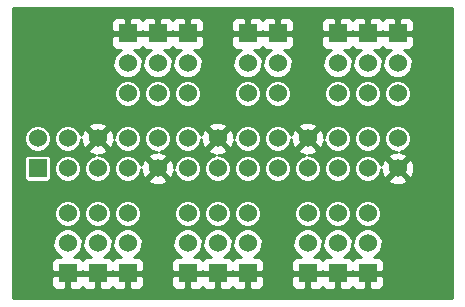
<source format=gbl>
G04 (created by PCBNEW (2013-04-19 BZR 4011)-stable) date 21/10/2014 12:48:17*
%MOIN*%
G04 Gerber Fmt 3.4, Leading zero omitted, Abs format*
%FSLAX34Y34*%
G01*
G70*
G90*
G04 APERTURE LIST*
%ADD10C,0*%
%ADD11R,0.06X0.06*%
%ADD12C,0.06*%
%ADD13C,0.01*%
G04 APERTURE END LIST*
G54D10*
G54D11*
X1000Y-5500D03*
G54D12*
X1000Y-4500D03*
X2000Y-5500D03*
X2000Y-4500D03*
X3000Y-5500D03*
X3000Y-4500D03*
X4000Y-5500D03*
X4000Y-4500D03*
X5000Y-5500D03*
X5000Y-4500D03*
X6000Y-5500D03*
X6000Y-4500D03*
X7000Y-5500D03*
X7000Y-4500D03*
X8000Y-5500D03*
X8000Y-4500D03*
X9000Y-5500D03*
X9000Y-4500D03*
X10000Y-5500D03*
X10000Y-4500D03*
X11000Y-5500D03*
X11000Y-4500D03*
X12000Y-5500D03*
X12000Y-4500D03*
X13000Y-5500D03*
X13000Y-4500D03*
G54D11*
X4000Y-9000D03*
G54D12*
X4000Y-8000D03*
X4000Y-7000D03*
G54D11*
X7000Y-9000D03*
G54D12*
X7000Y-8000D03*
X7000Y-7000D03*
G54D11*
X10000Y-9000D03*
G54D12*
X10000Y-8000D03*
X10000Y-7000D03*
G54D11*
X12000Y-9000D03*
G54D12*
X12000Y-8000D03*
X12000Y-7000D03*
G54D11*
X8000Y-9000D03*
G54D12*
X8000Y-8000D03*
X8000Y-7000D03*
G54D11*
X11000Y-9000D03*
G54D12*
X11000Y-8000D03*
X11000Y-7000D03*
G54D11*
X6000Y-9000D03*
G54D12*
X6000Y-8000D03*
X6000Y-7000D03*
G54D11*
X8000Y-1000D03*
G54D12*
X8000Y-2000D03*
X8000Y-3000D03*
G54D11*
X9000Y-1000D03*
G54D12*
X9000Y-2000D03*
X9000Y-3000D03*
G54D11*
X11000Y-1000D03*
G54D12*
X11000Y-2000D03*
X11000Y-3000D03*
G54D11*
X12000Y-1000D03*
G54D12*
X12000Y-2000D03*
X12000Y-3000D03*
G54D11*
X13000Y-1000D03*
G54D12*
X13000Y-2000D03*
X13000Y-3000D03*
G54D11*
X3000Y-9000D03*
G54D12*
X3000Y-8000D03*
X3000Y-7000D03*
G54D11*
X5000Y-1000D03*
G54D12*
X5000Y-2000D03*
X5000Y-3000D03*
G54D11*
X2000Y-9000D03*
G54D12*
X2000Y-8000D03*
X2000Y-7000D03*
G54D11*
X4000Y-1000D03*
G54D12*
X4000Y-2000D03*
X4000Y-3000D03*
G54D11*
X6000Y-1000D03*
G54D12*
X6000Y-2000D03*
X6000Y-3000D03*
G54D10*
G36*
X14830Y-9830D02*
X13554Y-9830D01*
X13554Y-5581D01*
X13550Y-5487D01*
X13550Y-1349D01*
X13550Y-650D01*
X13512Y-558D01*
X13441Y-488D01*
X13349Y-450D01*
X13250Y-449D01*
X13112Y-450D01*
X13050Y-512D01*
X13050Y-950D01*
X13487Y-950D01*
X13550Y-887D01*
X13550Y-650D01*
X13550Y-1349D01*
X13550Y-1112D01*
X13487Y-1050D01*
X13050Y-1050D01*
X13050Y-1057D01*
X12950Y-1057D01*
X12950Y-1050D01*
X12950Y-950D01*
X12950Y-512D01*
X12887Y-450D01*
X12749Y-449D01*
X12650Y-450D01*
X12558Y-488D01*
X12500Y-546D01*
X12441Y-488D01*
X12349Y-450D01*
X12250Y-449D01*
X12112Y-450D01*
X12050Y-512D01*
X12050Y-950D01*
X12487Y-950D01*
X12500Y-937D01*
X12512Y-950D01*
X12950Y-950D01*
X12950Y-1050D01*
X12512Y-1050D01*
X12500Y-1062D01*
X12487Y-1050D01*
X12050Y-1050D01*
X12050Y-1057D01*
X11950Y-1057D01*
X11950Y-1050D01*
X11950Y-950D01*
X11950Y-512D01*
X11887Y-450D01*
X11749Y-449D01*
X11650Y-450D01*
X11558Y-488D01*
X11500Y-546D01*
X11441Y-488D01*
X11349Y-450D01*
X11250Y-449D01*
X11112Y-450D01*
X11050Y-512D01*
X11050Y-950D01*
X11487Y-950D01*
X11500Y-937D01*
X11512Y-950D01*
X11950Y-950D01*
X11950Y-1050D01*
X11512Y-1050D01*
X11500Y-1062D01*
X11487Y-1050D01*
X11050Y-1050D01*
X11050Y-1057D01*
X10950Y-1057D01*
X10950Y-1050D01*
X10950Y-950D01*
X10950Y-512D01*
X10887Y-450D01*
X10749Y-449D01*
X10650Y-450D01*
X10558Y-488D01*
X10487Y-558D01*
X10449Y-650D01*
X10450Y-887D01*
X10512Y-950D01*
X10950Y-950D01*
X10950Y-1050D01*
X10512Y-1050D01*
X10450Y-1112D01*
X10449Y-1349D01*
X10487Y-1441D01*
X10558Y-1511D01*
X10650Y-1549D01*
X10749Y-1550D01*
X10779Y-1550D01*
X10717Y-1575D01*
X10576Y-1716D01*
X10500Y-1900D01*
X10499Y-2099D01*
X10575Y-2282D01*
X10716Y-2423D01*
X10900Y-2499D01*
X11099Y-2500D01*
X11282Y-2424D01*
X11423Y-2283D01*
X11499Y-2099D01*
X11500Y-1900D01*
X11424Y-1717D01*
X11283Y-1576D01*
X11220Y-1550D01*
X11250Y-1550D01*
X11349Y-1549D01*
X11441Y-1511D01*
X11500Y-1453D01*
X11558Y-1511D01*
X11650Y-1549D01*
X11749Y-1550D01*
X11779Y-1550D01*
X11717Y-1575D01*
X11576Y-1716D01*
X11500Y-1900D01*
X11499Y-2099D01*
X11575Y-2282D01*
X11716Y-2423D01*
X11900Y-2499D01*
X12099Y-2500D01*
X12282Y-2424D01*
X12423Y-2283D01*
X12499Y-2099D01*
X12500Y-1900D01*
X12424Y-1717D01*
X12283Y-1576D01*
X12220Y-1550D01*
X12250Y-1550D01*
X12349Y-1549D01*
X12441Y-1511D01*
X12500Y-1453D01*
X12558Y-1511D01*
X12650Y-1549D01*
X12749Y-1550D01*
X12779Y-1550D01*
X12717Y-1575D01*
X12576Y-1716D01*
X12500Y-1900D01*
X12499Y-2099D01*
X12575Y-2282D01*
X12716Y-2423D01*
X12900Y-2499D01*
X13099Y-2500D01*
X13282Y-2424D01*
X13423Y-2283D01*
X13499Y-2099D01*
X13500Y-1900D01*
X13424Y-1717D01*
X13283Y-1576D01*
X13220Y-1550D01*
X13250Y-1550D01*
X13349Y-1549D01*
X13441Y-1511D01*
X13512Y-1441D01*
X13550Y-1349D01*
X13550Y-5487D01*
X13543Y-5363D01*
X13481Y-5212D01*
X13450Y-5203D01*
X13450Y-4410D01*
X13450Y-2910D01*
X13381Y-2745D01*
X13255Y-2618D01*
X13089Y-2550D01*
X12910Y-2549D01*
X12745Y-2618D01*
X12618Y-2744D01*
X12550Y-2910D01*
X12549Y-3089D01*
X12618Y-3254D01*
X12744Y-3381D01*
X12910Y-3449D01*
X13089Y-3450D01*
X13254Y-3381D01*
X13381Y-3255D01*
X13449Y-3089D01*
X13450Y-2910D01*
X13450Y-4410D01*
X13381Y-4245D01*
X13255Y-4118D01*
X13089Y-4050D01*
X12910Y-4049D01*
X12745Y-4118D01*
X12618Y-4244D01*
X12550Y-4410D01*
X12549Y-4589D01*
X12618Y-4754D01*
X12744Y-4881D01*
X12910Y-4949D01*
X12986Y-4949D01*
X12863Y-4956D01*
X12712Y-5018D01*
X12684Y-5114D01*
X13000Y-5429D01*
X13315Y-5114D01*
X13287Y-5018D01*
X13092Y-4948D01*
X13254Y-4881D01*
X13381Y-4755D01*
X13449Y-4589D01*
X13450Y-4410D01*
X13450Y-5203D01*
X13385Y-5184D01*
X13070Y-5500D01*
X13385Y-5815D01*
X13481Y-5787D01*
X13554Y-5581D01*
X13554Y-9830D01*
X13315Y-9830D01*
X13315Y-5885D01*
X13000Y-5570D01*
X12929Y-5641D01*
X12929Y-5500D01*
X12614Y-5184D01*
X12518Y-5212D01*
X12450Y-5404D01*
X12450Y-4410D01*
X12450Y-2910D01*
X12381Y-2745D01*
X12255Y-2618D01*
X12089Y-2550D01*
X11910Y-2549D01*
X11745Y-2618D01*
X11618Y-2744D01*
X11550Y-2910D01*
X11549Y-3089D01*
X11618Y-3254D01*
X11744Y-3381D01*
X11910Y-3449D01*
X12089Y-3450D01*
X12254Y-3381D01*
X12381Y-3255D01*
X12449Y-3089D01*
X12450Y-2910D01*
X12450Y-4410D01*
X12381Y-4245D01*
X12255Y-4118D01*
X12089Y-4050D01*
X11910Y-4049D01*
X11745Y-4118D01*
X11618Y-4244D01*
X11550Y-4410D01*
X11549Y-4589D01*
X11618Y-4754D01*
X11744Y-4881D01*
X11910Y-4949D01*
X12089Y-4950D01*
X12254Y-4881D01*
X12381Y-4755D01*
X12449Y-4589D01*
X12450Y-4410D01*
X12450Y-5404D01*
X12448Y-5407D01*
X12381Y-5245D01*
X12255Y-5118D01*
X12089Y-5050D01*
X11910Y-5049D01*
X11745Y-5118D01*
X11618Y-5244D01*
X11550Y-5410D01*
X11549Y-5589D01*
X11618Y-5754D01*
X11744Y-5881D01*
X11910Y-5949D01*
X12089Y-5950D01*
X12254Y-5881D01*
X12381Y-5755D01*
X12449Y-5589D01*
X12449Y-5513D01*
X12456Y-5636D01*
X12518Y-5787D01*
X12614Y-5815D01*
X12929Y-5500D01*
X12929Y-5641D01*
X12684Y-5885D01*
X12712Y-5981D01*
X12918Y-6054D01*
X13136Y-6043D01*
X13287Y-5981D01*
X13315Y-5885D01*
X13315Y-9830D01*
X12550Y-9830D01*
X12550Y-9349D01*
X12550Y-8650D01*
X12512Y-8558D01*
X12441Y-8488D01*
X12349Y-8450D01*
X12250Y-8449D01*
X12220Y-8449D01*
X12282Y-8424D01*
X12423Y-8283D01*
X12499Y-8099D01*
X12500Y-7900D01*
X12450Y-7779D01*
X12450Y-6910D01*
X12381Y-6745D01*
X12255Y-6618D01*
X12089Y-6550D01*
X11910Y-6549D01*
X11745Y-6618D01*
X11618Y-6744D01*
X11550Y-6910D01*
X11549Y-7089D01*
X11618Y-7254D01*
X11744Y-7381D01*
X11910Y-7449D01*
X12089Y-7450D01*
X12254Y-7381D01*
X12381Y-7255D01*
X12449Y-7089D01*
X12450Y-6910D01*
X12450Y-7779D01*
X12424Y-7717D01*
X12283Y-7576D01*
X12099Y-7500D01*
X11900Y-7499D01*
X11717Y-7575D01*
X11576Y-7716D01*
X11500Y-7900D01*
X11499Y-8099D01*
X11575Y-8282D01*
X11716Y-8423D01*
X11779Y-8449D01*
X11749Y-8449D01*
X11650Y-8450D01*
X11558Y-8488D01*
X11500Y-8546D01*
X11441Y-8488D01*
X11349Y-8450D01*
X11250Y-8449D01*
X11220Y-8449D01*
X11282Y-8424D01*
X11423Y-8283D01*
X11499Y-8099D01*
X11500Y-7900D01*
X11450Y-7779D01*
X11450Y-6910D01*
X11450Y-5410D01*
X11450Y-4410D01*
X11450Y-2910D01*
X11381Y-2745D01*
X11255Y-2618D01*
X11089Y-2550D01*
X10910Y-2549D01*
X10745Y-2618D01*
X10618Y-2744D01*
X10550Y-2910D01*
X10549Y-3089D01*
X10618Y-3254D01*
X10744Y-3381D01*
X10910Y-3449D01*
X11089Y-3450D01*
X11254Y-3381D01*
X11381Y-3255D01*
X11449Y-3089D01*
X11450Y-2910D01*
X11450Y-4410D01*
X11381Y-4245D01*
X11255Y-4118D01*
X11089Y-4050D01*
X10910Y-4049D01*
X10745Y-4118D01*
X10618Y-4244D01*
X10550Y-4410D01*
X10550Y-4486D01*
X10543Y-4363D01*
X10481Y-4212D01*
X10385Y-4184D01*
X10315Y-4255D01*
X10315Y-4114D01*
X10287Y-4018D01*
X10081Y-3945D01*
X9863Y-3956D01*
X9712Y-4018D01*
X9684Y-4114D01*
X10000Y-4429D01*
X10315Y-4114D01*
X10315Y-4255D01*
X10070Y-4500D01*
X10385Y-4815D01*
X10481Y-4787D01*
X10551Y-4592D01*
X10618Y-4754D01*
X10744Y-4881D01*
X10910Y-4949D01*
X11089Y-4950D01*
X11254Y-4881D01*
X11381Y-4755D01*
X11449Y-4589D01*
X11450Y-4410D01*
X11450Y-5410D01*
X11381Y-5245D01*
X11255Y-5118D01*
X11089Y-5050D01*
X10910Y-5049D01*
X10745Y-5118D01*
X10618Y-5244D01*
X10550Y-5410D01*
X10549Y-5589D01*
X10618Y-5754D01*
X10744Y-5881D01*
X10910Y-5949D01*
X11089Y-5950D01*
X11254Y-5881D01*
X11381Y-5755D01*
X11449Y-5589D01*
X11450Y-5410D01*
X11450Y-6910D01*
X11381Y-6745D01*
X11255Y-6618D01*
X11089Y-6550D01*
X10910Y-6549D01*
X10745Y-6618D01*
X10618Y-6744D01*
X10550Y-6910D01*
X10549Y-7089D01*
X10618Y-7254D01*
X10744Y-7381D01*
X10910Y-7449D01*
X11089Y-7450D01*
X11254Y-7381D01*
X11381Y-7255D01*
X11449Y-7089D01*
X11450Y-6910D01*
X11450Y-7779D01*
X11424Y-7717D01*
X11283Y-7576D01*
X11099Y-7500D01*
X10900Y-7499D01*
X10717Y-7575D01*
X10576Y-7716D01*
X10500Y-7900D01*
X10499Y-8099D01*
X10575Y-8282D01*
X10716Y-8423D01*
X10779Y-8449D01*
X10749Y-8449D01*
X10650Y-8450D01*
X10558Y-8488D01*
X10500Y-8546D01*
X10441Y-8488D01*
X10349Y-8450D01*
X10250Y-8449D01*
X10220Y-8449D01*
X10282Y-8424D01*
X10423Y-8283D01*
X10499Y-8099D01*
X10500Y-7900D01*
X10450Y-7779D01*
X10450Y-6910D01*
X10450Y-5410D01*
X10381Y-5245D01*
X10255Y-5118D01*
X10089Y-5050D01*
X10013Y-5050D01*
X10136Y-5043D01*
X10287Y-4981D01*
X10315Y-4885D01*
X10000Y-4570D01*
X9929Y-4641D01*
X9929Y-4500D01*
X9614Y-4184D01*
X9550Y-4203D01*
X9550Y-1349D01*
X9550Y-650D01*
X9512Y-558D01*
X9441Y-488D01*
X9349Y-450D01*
X9250Y-449D01*
X9112Y-450D01*
X9050Y-512D01*
X9050Y-950D01*
X9487Y-950D01*
X9550Y-887D01*
X9550Y-650D01*
X9550Y-1349D01*
X9550Y-1112D01*
X9487Y-1050D01*
X9050Y-1050D01*
X9050Y-1057D01*
X8950Y-1057D01*
X8950Y-1050D01*
X8950Y-950D01*
X8950Y-512D01*
X8887Y-450D01*
X8749Y-449D01*
X8650Y-450D01*
X8558Y-488D01*
X8500Y-546D01*
X8441Y-488D01*
X8349Y-450D01*
X8250Y-449D01*
X8112Y-450D01*
X8050Y-512D01*
X8050Y-950D01*
X8487Y-950D01*
X8500Y-937D01*
X8512Y-950D01*
X8950Y-950D01*
X8950Y-1050D01*
X8512Y-1050D01*
X8500Y-1062D01*
X8487Y-1050D01*
X8050Y-1050D01*
X8050Y-1057D01*
X7950Y-1057D01*
X7950Y-1050D01*
X7950Y-950D01*
X7950Y-512D01*
X7887Y-450D01*
X7749Y-449D01*
X7650Y-450D01*
X7558Y-488D01*
X7487Y-558D01*
X7449Y-650D01*
X7450Y-887D01*
X7512Y-950D01*
X7950Y-950D01*
X7950Y-1050D01*
X7512Y-1050D01*
X7450Y-1112D01*
X7449Y-1349D01*
X7487Y-1441D01*
X7558Y-1511D01*
X7650Y-1549D01*
X7749Y-1550D01*
X7779Y-1550D01*
X7717Y-1575D01*
X7576Y-1716D01*
X7500Y-1900D01*
X7499Y-2099D01*
X7575Y-2282D01*
X7716Y-2423D01*
X7900Y-2499D01*
X8099Y-2500D01*
X8282Y-2424D01*
X8423Y-2283D01*
X8499Y-2099D01*
X8500Y-1900D01*
X8424Y-1717D01*
X8283Y-1576D01*
X8220Y-1550D01*
X8250Y-1550D01*
X8349Y-1549D01*
X8441Y-1511D01*
X8500Y-1453D01*
X8558Y-1511D01*
X8650Y-1549D01*
X8749Y-1550D01*
X8779Y-1550D01*
X8717Y-1575D01*
X8576Y-1716D01*
X8500Y-1900D01*
X8499Y-2099D01*
X8575Y-2282D01*
X8716Y-2423D01*
X8900Y-2499D01*
X9099Y-2500D01*
X9282Y-2424D01*
X9423Y-2283D01*
X9499Y-2099D01*
X9500Y-1900D01*
X9424Y-1717D01*
X9283Y-1576D01*
X9220Y-1550D01*
X9250Y-1550D01*
X9349Y-1549D01*
X9441Y-1511D01*
X9512Y-1441D01*
X9550Y-1349D01*
X9550Y-4203D01*
X9518Y-4212D01*
X9450Y-4404D01*
X9450Y-2910D01*
X9381Y-2745D01*
X9255Y-2618D01*
X9089Y-2550D01*
X8910Y-2549D01*
X8745Y-2618D01*
X8618Y-2744D01*
X8550Y-2910D01*
X8549Y-3089D01*
X8618Y-3254D01*
X8744Y-3381D01*
X8910Y-3449D01*
X9089Y-3450D01*
X9254Y-3381D01*
X9381Y-3255D01*
X9449Y-3089D01*
X9450Y-2910D01*
X9450Y-4404D01*
X9448Y-4407D01*
X9381Y-4245D01*
X9255Y-4118D01*
X9089Y-4050D01*
X8910Y-4049D01*
X8745Y-4118D01*
X8618Y-4244D01*
X8550Y-4410D01*
X8549Y-4589D01*
X8618Y-4754D01*
X8744Y-4881D01*
X8910Y-4949D01*
X9089Y-4950D01*
X9254Y-4881D01*
X9381Y-4755D01*
X9449Y-4589D01*
X9449Y-4513D01*
X9456Y-4636D01*
X9518Y-4787D01*
X9614Y-4815D01*
X9929Y-4500D01*
X9929Y-4641D01*
X9684Y-4885D01*
X9712Y-4981D01*
X9907Y-5051D01*
X9745Y-5118D01*
X9618Y-5244D01*
X9550Y-5410D01*
X9549Y-5589D01*
X9618Y-5754D01*
X9744Y-5881D01*
X9910Y-5949D01*
X10089Y-5950D01*
X10254Y-5881D01*
X10381Y-5755D01*
X10449Y-5589D01*
X10450Y-5410D01*
X10450Y-6910D01*
X10381Y-6745D01*
X10255Y-6618D01*
X10089Y-6550D01*
X9910Y-6549D01*
X9745Y-6618D01*
X9618Y-6744D01*
X9550Y-6910D01*
X9549Y-7089D01*
X9618Y-7254D01*
X9744Y-7381D01*
X9910Y-7449D01*
X10089Y-7450D01*
X10254Y-7381D01*
X10381Y-7255D01*
X10449Y-7089D01*
X10450Y-6910D01*
X10450Y-7779D01*
X10424Y-7717D01*
X10283Y-7576D01*
X10099Y-7500D01*
X9900Y-7499D01*
X9717Y-7575D01*
X9576Y-7716D01*
X9500Y-7900D01*
X9499Y-8099D01*
X9575Y-8282D01*
X9716Y-8423D01*
X9779Y-8449D01*
X9749Y-8449D01*
X9650Y-8450D01*
X9558Y-8488D01*
X9487Y-8558D01*
X9450Y-8650D01*
X9450Y-5410D01*
X9381Y-5245D01*
X9255Y-5118D01*
X9089Y-5050D01*
X8910Y-5049D01*
X8745Y-5118D01*
X8618Y-5244D01*
X8550Y-5410D01*
X8549Y-5589D01*
X8618Y-5754D01*
X8744Y-5881D01*
X8910Y-5949D01*
X9089Y-5950D01*
X9254Y-5881D01*
X9381Y-5755D01*
X9449Y-5589D01*
X9450Y-5410D01*
X9450Y-8650D01*
X9449Y-8650D01*
X9450Y-8887D01*
X9512Y-8950D01*
X9950Y-8950D01*
X9950Y-8942D01*
X10050Y-8942D01*
X10050Y-8950D01*
X10487Y-8950D01*
X10500Y-8937D01*
X10512Y-8950D01*
X10950Y-8950D01*
X10950Y-8942D01*
X11050Y-8942D01*
X11050Y-8950D01*
X11487Y-8950D01*
X11500Y-8937D01*
X11512Y-8950D01*
X11950Y-8950D01*
X11950Y-8942D01*
X12050Y-8942D01*
X12050Y-8950D01*
X12487Y-8950D01*
X12550Y-8887D01*
X12550Y-8650D01*
X12550Y-9349D01*
X12550Y-9112D01*
X12487Y-9050D01*
X12050Y-9050D01*
X12050Y-9487D01*
X12112Y-9550D01*
X12250Y-9550D01*
X12349Y-9549D01*
X12441Y-9511D01*
X12512Y-9441D01*
X12550Y-9349D01*
X12550Y-9830D01*
X11950Y-9830D01*
X11950Y-9487D01*
X11950Y-9050D01*
X11512Y-9050D01*
X11500Y-9062D01*
X11487Y-9050D01*
X11050Y-9050D01*
X11050Y-9487D01*
X11112Y-9550D01*
X11250Y-9550D01*
X11349Y-9549D01*
X11441Y-9511D01*
X11500Y-9453D01*
X11558Y-9511D01*
X11650Y-9549D01*
X11749Y-9550D01*
X11887Y-9550D01*
X11950Y-9487D01*
X11950Y-9830D01*
X10950Y-9830D01*
X10950Y-9487D01*
X10950Y-9050D01*
X10512Y-9050D01*
X10500Y-9062D01*
X10487Y-9050D01*
X10050Y-9050D01*
X10050Y-9487D01*
X10112Y-9550D01*
X10250Y-9550D01*
X10349Y-9549D01*
X10441Y-9511D01*
X10500Y-9453D01*
X10558Y-9511D01*
X10650Y-9549D01*
X10749Y-9550D01*
X10887Y-9550D01*
X10950Y-9487D01*
X10950Y-9830D01*
X9950Y-9830D01*
X9950Y-9487D01*
X9950Y-9050D01*
X9512Y-9050D01*
X9450Y-9112D01*
X9449Y-9349D01*
X9487Y-9441D01*
X9558Y-9511D01*
X9650Y-9549D01*
X9749Y-9550D01*
X9887Y-9550D01*
X9950Y-9487D01*
X9950Y-9830D01*
X8550Y-9830D01*
X8550Y-9349D01*
X8550Y-8650D01*
X8512Y-8558D01*
X8441Y-8488D01*
X8349Y-8450D01*
X8250Y-8449D01*
X8220Y-8449D01*
X8282Y-8424D01*
X8423Y-8283D01*
X8499Y-8099D01*
X8500Y-7900D01*
X8450Y-7779D01*
X8450Y-6910D01*
X8450Y-5410D01*
X8450Y-4410D01*
X8450Y-2910D01*
X8381Y-2745D01*
X8255Y-2618D01*
X8089Y-2550D01*
X7910Y-2549D01*
X7745Y-2618D01*
X7618Y-2744D01*
X7550Y-2910D01*
X7549Y-3089D01*
X7618Y-3254D01*
X7744Y-3381D01*
X7910Y-3449D01*
X8089Y-3450D01*
X8254Y-3381D01*
X8381Y-3255D01*
X8449Y-3089D01*
X8450Y-2910D01*
X8450Y-4410D01*
X8381Y-4245D01*
X8255Y-4118D01*
X8089Y-4050D01*
X7910Y-4049D01*
X7745Y-4118D01*
X7618Y-4244D01*
X7550Y-4410D01*
X7550Y-4486D01*
X7543Y-4363D01*
X7481Y-4212D01*
X7385Y-4184D01*
X7315Y-4255D01*
X7315Y-4114D01*
X7287Y-4018D01*
X7081Y-3945D01*
X6863Y-3956D01*
X6712Y-4018D01*
X6684Y-4114D01*
X7000Y-4429D01*
X7315Y-4114D01*
X7315Y-4255D01*
X7070Y-4500D01*
X7385Y-4815D01*
X7481Y-4787D01*
X7551Y-4592D01*
X7618Y-4754D01*
X7744Y-4881D01*
X7910Y-4949D01*
X8089Y-4950D01*
X8254Y-4881D01*
X8381Y-4755D01*
X8449Y-4589D01*
X8450Y-4410D01*
X8450Y-5410D01*
X8381Y-5245D01*
X8255Y-5118D01*
X8089Y-5050D01*
X7910Y-5049D01*
X7745Y-5118D01*
X7618Y-5244D01*
X7550Y-5410D01*
X7549Y-5589D01*
X7618Y-5754D01*
X7744Y-5881D01*
X7910Y-5949D01*
X8089Y-5950D01*
X8254Y-5881D01*
X8381Y-5755D01*
X8449Y-5589D01*
X8450Y-5410D01*
X8450Y-6910D01*
X8381Y-6745D01*
X8255Y-6618D01*
X8089Y-6550D01*
X7910Y-6549D01*
X7745Y-6618D01*
X7618Y-6744D01*
X7550Y-6910D01*
X7549Y-7089D01*
X7618Y-7254D01*
X7744Y-7381D01*
X7910Y-7449D01*
X8089Y-7450D01*
X8254Y-7381D01*
X8381Y-7255D01*
X8449Y-7089D01*
X8450Y-6910D01*
X8450Y-7779D01*
X8424Y-7717D01*
X8283Y-7576D01*
X8099Y-7500D01*
X7900Y-7499D01*
X7717Y-7575D01*
X7576Y-7716D01*
X7500Y-7900D01*
X7499Y-8099D01*
X7575Y-8282D01*
X7716Y-8423D01*
X7779Y-8449D01*
X7749Y-8449D01*
X7650Y-8450D01*
X7558Y-8488D01*
X7500Y-8546D01*
X7441Y-8488D01*
X7349Y-8450D01*
X7250Y-8449D01*
X7220Y-8449D01*
X7282Y-8424D01*
X7423Y-8283D01*
X7499Y-8099D01*
X7500Y-7900D01*
X7450Y-7779D01*
X7450Y-6910D01*
X7450Y-5410D01*
X7381Y-5245D01*
X7255Y-5118D01*
X7089Y-5050D01*
X7013Y-5050D01*
X7136Y-5043D01*
X7287Y-4981D01*
X7315Y-4885D01*
X7000Y-4570D01*
X6929Y-4641D01*
X6929Y-4500D01*
X6614Y-4184D01*
X6550Y-4203D01*
X6550Y-1349D01*
X6550Y-650D01*
X6512Y-558D01*
X6441Y-488D01*
X6349Y-450D01*
X6250Y-449D01*
X6112Y-450D01*
X6050Y-512D01*
X6050Y-950D01*
X6487Y-950D01*
X6550Y-887D01*
X6550Y-650D01*
X6550Y-1349D01*
X6550Y-1112D01*
X6487Y-1050D01*
X6050Y-1050D01*
X6050Y-1057D01*
X5950Y-1057D01*
X5950Y-1050D01*
X5950Y-950D01*
X5950Y-512D01*
X5887Y-450D01*
X5749Y-449D01*
X5650Y-450D01*
X5558Y-488D01*
X5500Y-546D01*
X5441Y-488D01*
X5349Y-450D01*
X5250Y-449D01*
X5112Y-450D01*
X5050Y-512D01*
X5050Y-950D01*
X5487Y-950D01*
X5500Y-937D01*
X5512Y-950D01*
X5950Y-950D01*
X5950Y-1050D01*
X5512Y-1050D01*
X5500Y-1062D01*
X5487Y-1050D01*
X5050Y-1050D01*
X5050Y-1057D01*
X4950Y-1057D01*
X4950Y-1050D01*
X4950Y-950D01*
X4950Y-512D01*
X4887Y-450D01*
X4749Y-449D01*
X4650Y-450D01*
X4558Y-488D01*
X4500Y-546D01*
X4441Y-488D01*
X4349Y-450D01*
X4250Y-449D01*
X4112Y-450D01*
X4050Y-512D01*
X4050Y-950D01*
X4487Y-950D01*
X4500Y-937D01*
X4512Y-950D01*
X4950Y-950D01*
X4950Y-1050D01*
X4512Y-1050D01*
X4500Y-1062D01*
X4487Y-1050D01*
X4050Y-1050D01*
X4050Y-1057D01*
X3950Y-1057D01*
X3950Y-1050D01*
X3950Y-950D01*
X3950Y-512D01*
X3887Y-450D01*
X3749Y-449D01*
X3650Y-450D01*
X3558Y-488D01*
X3487Y-558D01*
X3449Y-650D01*
X3450Y-887D01*
X3512Y-950D01*
X3950Y-950D01*
X3950Y-1050D01*
X3512Y-1050D01*
X3450Y-1112D01*
X3449Y-1349D01*
X3487Y-1441D01*
X3558Y-1511D01*
X3650Y-1549D01*
X3749Y-1550D01*
X3779Y-1550D01*
X3717Y-1575D01*
X3576Y-1716D01*
X3500Y-1900D01*
X3499Y-2099D01*
X3575Y-2282D01*
X3716Y-2423D01*
X3900Y-2499D01*
X4099Y-2500D01*
X4282Y-2424D01*
X4423Y-2283D01*
X4499Y-2099D01*
X4500Y-1900D01*
X4424Y-1717D01*
X4283Y-1576D01*
X4220Y-1550D01*
X4250Y-1550D01*
X4349Y-1549D01*
X4441Y-1511D01*
X4500Y-1453D01*
X4558Y-1511D01*
X4650Y-1549D01*
X4749Y-1550D01*
X4779Y-1550D01*
X4717Y-1575D01*
X4576Y-1716D01*
X4500Y-1900D01*
X4499Y-2099D01*
X4575Y-2282D01*
X4716Y-2423D01*
X4900Y-2499D01*
X5099Y-2500D01*
X5282Y-2424D01*
X5423Y-2283D01*
X5499Y-2099D01*
X5500Y-1900D01*
X5424Y-1717D01*
X5283Y-1576D01*
X5220Y-1550D01*
X5250Y-1550D01*
X5349Y-1549D01*
X5441Y-1511D01*
X5500Y-1453D01*
X5558Y-1511D01*
X5650Y-1549D01*
X5749Y-1550D01*
X5779Y-1550D01*
X5717Y-1575D01*
X5576Y-1716D01*
X5500Y-1900D01*
X5499Y-2099D01*
X5575Y-2282D01*
X5716Y-2423D01*
X5900Y-2499D01*
X6099Y-2500D01*
X6282Y-2424D01*
X6423Y-2283D01*
X6499Y-2099D01*
X6500Y-1900D01*
X6424Y-1717D01*
X6283Y-1576D01*
X6220Y-1550D01*
X6250Y-1550D01*
X6349Y-1549D01*
X6441Y-1511D01*
X6512Y-1441D01*
X6550Y-1349D01*
X6550Y-4203D01*
X6518Y-4212D01*
X6450Y-4404D01*
X6450Y-2910D01*
X6381Y-2745D01*
X6255Y-2618D01*
X6089Y-2550D01*
X5910Y-2549D01*
X5745Y-2618D01*
X5618Y-2744D01*
X5550Y-2910D01*
X5549Y-3089D01*
X5618Y-3254D01*
X5744Y-3381D01*
X5910Y-3449D01*
X6089Y-3450D01*
X6254Y-3381D01*
X6381Y-3255D01*
X6449Y-3089D01*
X6450Y-2910D01*
X6450Y-4404D01*
X6448Y-4407D01*
X6381Y-4245D01*
X6255Y-4118D01*
X6089Y-4050D01*
X5910Y-4049D01*
X5745Y-4118D01*
X5618Y-4244D01*
X5550Y-4410D01*
X5549Y-4589D01*
X5618Y-4754D01*
X5744Y-4881D01*
X5910Y-4949D01*
X6089Y-4950D01*
X6254Y-4881D01*
X6381Y-4755D01*
X6449Y-4589D01*
X6449Y-4513D01*
X6456Y-4636D01*
X6518Y-4787D01*
X6614Y-4815D01*
X6929Y-4500D01*
X6929Y-4641D01*
X6684Y-4885D01*
X6712Y-4981D01*
X6907Y-5051D01*
X6745Y-5118D01*
X6618Y-5244D01*
X6550Y-5410D01*
X6549Y-5589D01*
X6618Y-5754D01*
X6744Y-5881D01*
X6910Y-5949D01*
X7089Y-5950D01*
X7254Y-5881D01*
X7381Y-5755D01*
X7449Y-5589D01*
X7450Y-5410D01*
X7450Y-6910D01*
X7381Y-6745D01*
X7255Y-6618D01*
X7089Y-6550D01*
X6910Y-6549D01*
X6745Y-6618D01*
X6618Y-6744D01*
X6550Y-6910D01*
X6549Y-7089D01*
X6618Y-7254D01*
X6744Y-7381D01*
X6910Y-7449D01*
X7089Y-7450D01*
X7254Y-7381D01*
X7381Y-7255D01*
X7449Y-7089D01*
X7450Y-6910D01*
X7450Y-7779D01*
X7424Y-7717D01*
X7283Y-7576D01*
X7099Y-7500D01*
X6900Y-7499D01*
X6717Y-7575D01*
X6576Y-7716D01*
X6500Y-7900D01*
X6499Y-8099D01*
X6575Y-8282D01*
X6716Y-8423D01*
X6779Y-8449D01*
X6749Y-8449D01*
X6650Y-8450D01*
X6558Y-8488D01*
X6500Y-8546D01*
X6441Y-8488D01*
X6349Y-8450D01*
X6250Y-8449D01*
X6220Y-8449D01*
X6282Y-8424D01*
X6423Y-8283D01*
X6499Y-8099D01*
X6500Y-7900D01*
X6450Y-7779D01*
X6450Y-6910D01*
X6450Y-5410D01*
X6381Y-5245D01*
X6255Y-5118D01*
X6089Y-5050D01*
X5910Y-5049D01*
X5745Y-5118D01*
X5618Y-5244D01*
X5550Y-5410D01*
X5550Y-5486D01*
X5543Y-5363D01*
X5481Y-5212D01*
X5450Y-5203D01*
X5450Y-4410D01*
X5450Y-2910D01*
X5381Y-2745D01*
X5255Y-2618D01*
X5089Y-2550D01*
X4910Y-2549D01*
X4745Y-2618D01*
X4618Y-2744D01*
X4550Y-2910D01*
X4549Y-3089D01*
X4618Y-3254D01*
X4744Y-3381D01*
X4910Y-3449D01*
X5089Y-3450D01*
X5254Y-3381D01*
X5381Y-3255D01*
X5449Y-3089D01*
X5450Y-2910D01*
X5450Y-4410D01*
X5381Y-4245D01*
X5255Y-4118D01*
X5089Y-4050D01*
X4910Y-4049D01*
X4745Y-4118D01*
X4618Y-4244D01*
X4550Y-4410D01*
X4549Y-4589D01*
X4618Y-4754D01*
X4744Y-4881D01*
X4910Y-4949D01*
X4986Y-4949D01*
X4863Y-4956D01*
X4712Y-5018D01*
X4684Y-5114D01*
X5000Y-5429D01*
X5315Y-5114D01*
X5287Y-5018D01*
X5092Y-4948D01*
X5254Y-4881D01*
X5381Y-4755D01*
X5449Y-4589D01*
X5450Y-4410D01*
X5450Y-5203D01*
X5385Y-5184D01*
X5070Y-5500D01*
X5385Y-5815D01*
X5481Y-5787D01*
X5551Y-5592D01*
X5618Y-5754D01*
X5744Y-5881D01*
X5910Y-5949D01*
X6089Y-5950D01*
X6254Y-5881D01*
X6381Y-5755D01*
X6449Y-5589D01*
X6450Y-5410D01*
X6450Y-6910D01*
X6381Y-6745D01*
X6255Y-6618D01*
X6089Y-6550D01*
X5910Y-6549D01*
X5745Y-6618D01*
X5618Y-6744D01*
X5550Y-6910D01*
X5549Y-7089D01*
X5618Y-7254D01*
X5744Y-7381D01*
X5910Y-7449D01*
X6089Y-7450D01*
X6254Y-7381D01*
X6381Y-7255D01*
X6449Y-7089D01*
X6450Y-6910D01*
X6450Y-7779D01*
X6424Y-7717D01*
X6283Y-7576D01*
X6099Y-7500D01*
X5900Y-7499D01*
X5717Y-7575D01*
X5576Y-7716D01*
X5500Y-7900D01*
X5499Y-8099D01*
X5575Y-8282D01*
X5716Y-8423D01*
X5779Y-8449D01*
X5749Y-8449D01*
X5650Y-8450D01*
X5558Y-8488D01*
X5487Y-8558D01*
X5449Y-8650D01*
X5450Y-8887D01*
X5512Y-8950D01*
X5950Y-8950D01*
X5950Y-8942D01*
X6050Y-8942D01*
X6050Y-8950D01*
X6487Y-8950D01*
X6500Y-8937D01*
X6512Y-8950D01*
X6950Y-8950D01*
X6950Y-8942D01*
X7050Y-8942D01*
X7050Y-8950D01*
X7487Y-8950D01*
X7500Y-8937D01*
X7512Y-8950D01*
X7950Y-8950D01*
X7950Y-8942D01*
X8050Y-8942D01*
X8050Y-8950D01*
X8487Y-8950D01*
X8550Y-8887D01*
X8550Y-8650D01*
X8550Y-9349D01*
X8550Y-9112D01*
X8487Y-9050D01*
X8050Y-9050D01*
X8050Y-9487D01*
X8112Y-9550D01*
X8250Y-9550D01*
X8349Y-9549D01*
X8441Y-9511D01*
X8512Y-9441D01*
X8550Y-9349D01*
X8550Y-9830D01*
X7950Y-9830D01*
X7950Y-9487D01*
X7950Y-9050D01*
X7512Y-9050D01*
X7500Y-9062D01*
X7487Y-9050D01*
X7050Y-9050D01*
X7050Y-9487D01*
X7112Y-9550D01*
X7250Y-9550D01*
X7349Y-9549D01*
X7441Y-9511D01*
X7500Y-9453D01*
X7558Y-9511D01*
X7650Y-9549D01*
X7749Y-9550D01*
X7887Y-9550D01*
X7950Y-9487D01*
X7950Y-9830D01*
X6950Y-9830D01*
X6950Y-9487D01*
X6950Y-9050D01*
X6512Y-9050D01*
X6500Y-9062D01*
X6487Y-9050D01*
X6050Y-9050D01*
X6050Y-9487D01*
X6112Y-9550D01*
X6250Y-9550D01*
X6349Y-9549D01*
X6441Y-9511D01*
X6500Y-9453D01*
X6558Y-9511D01*
X6650Y-9549D01*
X6749Y-9550D01*
X6887Y-9550D01*
X6950Y-9487D01*
X6950Y-9830D01*
X5950Y-9830D01*
X5950Y-9487D01*
X5950Y-9050D01*
X5512Y-9050D01*
X5450Y-9112D01*
X5449Y-9349D01*
X5487Y-9441D01*
X5558Y-9511D01*
X5650Y-9549D01*
X5749Y-9550D01*
X5887Y-9550D01*
X5950Y-9487D01*
X5950Y-9830D01*
X5315Y-9830D01*
X5315Y-5885D01*
X5000Y-5570D01*
X4929Y-5641D01*
X4929Y-5500D01*
X4614Y-5184D01*
X4518Y-5212D01*
X4450Y-5404D01*
X4450Y-4410D01*
X4450Y-2910D01*
X4381Y-2745D01*
X4255Y-2618D01*
X4089Y-2550D01*
X3910Y-2549D01*
X3745Y-2618D01*
X3618Y-2744D01*
X3550Y-2910D01*
X3549Y-3089D01*
X3618Y-3254D01*
X3744Y-3381D01*
X3910Y-3449D01*
X4089Y-3450D01*
X4254Y-3381D01*
X4381Y-3255D01*
X4449Y-3089D01*
X4450Y-2910D01*
X4450Y-4410D01*
X4381Y-4245D01*
X4255Y-4118D01*
X4089Y-4050D01*
X3910Y-4049D01*
X3745Y-4118D01*
X3618Y-4244D01*
X3550Y-4410D01*
X3550Y-4486D01*
X3543Y-4363D01*
X3481Y-4212D01*
X3385Y-4184D01*
X3315Y-4255D01*
X3315Y-4114D01*
X3287Y-4018D01*
X3081Y-3945D01*
X2863Y-3956D01*
X2712Y-4018D01*
X2684Y-4114D01*
X3000Y-4429D01*
X3315Y-4114D01*
X3315Y-4255D01*
X3070Y-4500D01*
X3385Y-4815D01*
X3481Y-4787D01*
X3551Y-4592D01*
X3618Y-4754D01*
X3744Y-4881D01*
X3910Y-4949D01*
X4089Y-4950D01*
X4254Y-4881D01*
X4381Y-4755D01*
X4449Y-4589D01*
X4450Y-4410D01*
X4450Y-5404D01*
X4448Y-5407D01*
X4381Y-5245D01*
X4255Y-5118D01*
X4089Y-5050D01*
X3910Y-5049D01*
X3745Y-5118D01*
X3618Y-5244D01*
X3550Y-5410D01*
X3549Y-5589D01*
X3618Y-5754D01*
X3744Y-5881D01*
X3910Y-5949D01*
X4089Y-5950D01*
X4254Y-5881D01*
X4381Y-5755D01*
X4449Y-5589D01*
X4449Y-5513D01*
X4456Y-5636D01*
X4518Y-5787D01*
X4614Y-5815D01*
X4929Y-5500D01*
X4929Y-5641D01*
X4684Y-5885D01*
X4712Y-5981D01*
X4918Y-6054D01*
X5136Y-6043D01*
X5287Y-5981D01*
X5315Y-5885D01*
X5315Y-9830D01*
X4550Y-9830D01*
X4550Y-9349D01*
X4550Y-8650D01*
X4512Y-8558D01*
X4441Y-8488D01*
X4349Y-8450D01*
X4250Y-8449D01*
X4220Y-8449D01*
X4282Y-8424D01*
X4423Y-8283D01*
X4499Y-8099D01*
X4500Y-7900D01*
X4450Y-7779D01*
X4450Y-6910D01*
X4381Y-6745D01*
X4255Y-6618D01*
X4089Y-6550D01*
X3910Y-6549D01*
X3745Y-6618D01*
X3618Y-6744D01*
X3550Y-6910D01*
X3549Y-7089D01*
X3618Y-7254D01*
X3744Y-7381D01*
X3910Y-7449D01*
X4089Y-7450D01*
X4254Y-7381D01*
X4381Y-7255D01*
X4449Y-7089D01*
X4450Y-6910D01*
X4450Y-7779D01*
X4424Y-7717D01*
X4283Y-7576D01*
X4099Y-7500D01*
X3900Y-7499D01*
X3717Y-7575D01*
X3576Y-7716D01*
X3500Y-7900D01*
X3499Y-8099D01*
X3575Y-8282D01*
X3716Y-8423D01*
X3779Y-8449D01*
X3749Y-8449D01*
X3650Y-8450D01*
X3558Y-8488D01*
X3500Y-8546D01*
X3441Y-8488D01*
X3349Y-8450D01*
X3250Y-8449D01*
X3220Y-8449D01*
X3282Y-8424D01*
X3423Y-8283D01*
X3499Y-8099D01*
X3500Y-7900D01*
X3450Y-7779D01*
X3450Y-6910D01*
X3450Y-5410D01*
X3381Y-5245D01*
X3255Y-5118D01*
X3089Y-5050D01*
X3013Y-5050D01*
X3136Y-5043D01*
X3287Y-4981D01*
X3315Y-4885D01*
X3000Y-4570D01*
X2929Y-4641D01*
X2929Y-4500D01*
X2614Y-4184D01*
X2518Y-4212D01*
X2448Y-4407D01*
X2381Y-4245D01*
X2255Y-4118D01*
X2089Y-4050D01*
X1910Y-4049D01*
X1745Y-4118D01*
X1618Y-4244D01*
X1550Y-4410D01*
X1549Y-4589D01*
X1618Y-4754D01*
X1744Y-4881D01*
X1910Y-4949D01*
X2089Y-4950D01*
X2254Y-4881D01*
X2381Y-4755D01*
X2449Y-4589D01*
X2449Y-4513D01*
X2456Y-4636D01*
X2518Y-4787D01*
X2614Y-4815D01*
X2929Y-4500D01*
X2929Y-4641D01*
X2684Y-4885D01*
X2712Y-4981D01*
X2907Y-5051D01*
X2745Y-5118D01*
X2618Y-5244D01*
X2550Y-5410D01*
X2549Y-5589D01*
X2618Y-5754D01*
X2744Y-5881D01*
X2910Y-5949D01*
X3089Y-5950D01*
X3254Y-5881D01*
X3381Y-5755D01*
X3449Y-5589D01*
X3450Y-5410D01*
X3450Y-6910D01*
X3381Y-6745D01*
X3255Y-6618D01*
X3089Y-6550D01*
X2910Y-6549D01*
X2745Y-6618D01*
X2618Y-6744D01*
X2550Y-6910D01*
X2549Y-7089D01*
X2618Y-7254D01*
X2744Y-7381D01*
X2910Y-7449D01*
X3089Y-7450D01*
X3254Y-7381D01*
X3381Y-7255D01*
X3449Y-7089D01*
X3450Y-6910D01*
X3450Y-7779D01*
X3424Y-7717D01*
X3283Y-7576D01*
X3099Y-7500D01*
X2900Y-7499D01*
X2717Y-7575D01*
X2576Y-7716D01*
X2500Y-7900D01*
X2499Y-8099D01*
X2575Y-8282D01*
X2716Y-8423D01*
X2779Y-8449D01*
X2749Y-8449D01*
X2650Y-8450D01*
X2558Y-8488D01*
X2500Y-8546D01*
X2441Y-8488D01*
X2349Y-8450D01*
X2250Y-8449D01*
X2220Y-8449D01*
X2282Y-8424D01*
X2423Y-8283D01*
X2499Y-8099D01*
X2500Y-7900D01*
X2450Y-7779D01*
X2450Y-6910D01*
X2450Y-5410D01*
X2381Y-5245D01*
X2255Y-5118D01*
X2089Y-5050D01*
X1910Y-5049D01*
X1745Y-5118D01*
X1618Y-5244D01*
X1550Y-5410D01*
X1549Y-5589D01*
X1618Y-5754D01*
X1744Y-5881D01*
X1910Y-5949D01*
X2089Y-5950D01*
X2254Y-5881D01*
X2381Y-5755D01*
X2449Y-5589D01*
X2450Y-5410D01*
X2450Y-6910D01*
X2381Y-6745D01*
X2255Y-6618D01*
X2089Y-6550D01*
X1910Y-6549D01*
X1745Y-6618D01*
X1618Y-6744D01*
X1550Y-6910D01*
X1549Y-7089D01*
X1618Y-7254D01*
X1744Y-7381D01*
X1910Y-7449D01*
X2089Y-7450D01*
X2254Y-7381D01*
X2381Y-7255D01*
X2449Y-7089D01*
X2450Y-6910D01*
X2450Y-7779D01*
X2424Y-7717D01*
X2283Y-7576D01*
X2099Y-7500D01*
X1900Y-7499D01*
X1717Y-7575D01*
X1576Y-7716D01*
X1500Y-7900D01*
X1499Y-8099D01*
X1575Y-8282D01*
X1716Y-8423D01*
X1779Y-8449D01*
X1749Y-8449D01*
X1650Y-8450D01*
X1558Y-8488D01*
X1487Y-8558D01*
X1450Y-8650D01*
X1450Y-4410D01*
X1381Y-4245D01*
X1255Y-4118D01*
X1089Y-4050D01*
X910Y-4049D01*
X745Y-4118D01*
X618Y-4244D01*
X550Y-4410D01*
X549Y-4589D01*
X618Y-4754D01*
X744Y-4881D01*
X910Y-4949D01*
X1089Y-4950D01*
X1254Y-4881D01*
X1381Y-4755D01*
X1449Y-4589D01*
X1450Y-4410D01*
X1450Y-8650D01*
X1450Y-8650D01*
X1450Y-5770D01*
X1450Y-5170D01*
X1427Y-5115D01*
X1385Y-5072D01*
X1329Y-5050D01*
X1270Y-5049D01*
X670Y-5049D01*
X615Y-5072D01*
X572Y-5114D01*
X550Y-5170D01*
X549Y-5229D01*
X549Y-5829D01*
X572Y-5884D01*
X614Y-5927D01*
X670Y-5949D01*
X729Y-5950D01*
X1329Y-5950D01*
X1384Y-5927D01*
X1427Y-5885D01*
X1449Y-5829D01*
X1450Y-5770D01*
X1450Y-8650D01*
X1449Y-8650D01*
X1450Y-8887D01*
X1512Y-8950D01*
X1950Y-8950D01*
X1950Y-8942D01*
X2050Y-8942D01*
X2050Y-8950D01*
X2487Y-8950D01*
X2500Y-8937D01*
X2512Y-8950D01*
X2950Y-8950D01*
X2950Y-8942D01*
X3050Y-8942D01*
X3050Y-8950D01*
X3487Y-8950D01*
X3500Y-8937D01*
X3512Y-8950D01*
X3950Y-8950D01*
X3950Y-8942D01*
X4050Y-8942D01*
X4050Y-8950D01*
X4487Y-8950D01*
X4550Y-8887D01*
X4550Y-8650D01*
X4550Y-9349D01*
X4550Y-9112D01*
X4487Y-9050D01*
X4050Y-9050D01*
X4050Y-9487D01*
X4112Y-9550D01*
X4250Y-9550D01*
X4349Y-9549D01*
X4441Y-9511D01*
X4512Y-9441D01*
X4550Y-9349D01*
X4550Y-9830D01*
X3950Y-9830D01*
X3950Y-9487D01*
X3950Y-9050D01*
X3512Y-9050D01*
X3500Y-9062D01*
X3487Y-9050D01*
X3050Y-9050D01*
X3050Y-9487D01*
X3112Y-9550D01*
X3250Y-9550D01*
X3349Y-9549D01*
X3441Y-9511D01*
X3500Y-9453D01*
X3558Y-9511D01*
X3650Y-9549D01*
X3749Y-9550D01*
X3887Y-9550D01*
X3950Y-9487D01*
X3950Y-9830D01*
X2950Y-9830D01*
X2950Y-9487D01*
X2950Y-9050D01*
X2512Y-9050D01*
X2500Y-9062D01*
X2487Y-9050D01*
X2050Y-9050D01*
X2050Y-9487D01*
X2112Y-9550D01*
X2250Y-9550D01*
X2349Y-9549D01*
X2441Y-9511D01*
X2500Y-9453D01*
X2558Y-9511D01*
X2650Y-9549D01*
X2749Y-9550D01*
X2887Y-9550D01*
X2950Y-9487D01*
X2950Y-9830D01*
X1950Y-9830D01*
X1950Y-9487D01*
X1950Y-9050D01*
X1512Y-9050D01*
X1450Y-9112D01*
X1449Y-9349D01*
X1487Y-9441D01*
X1558Y-9511D01*
X1650Y-9549D01*
X1749Y-9550D01*
X1887Y-9550D01*
X1950Y-9487D01*
X1950Y-9830D01*
X169Y-9830D01*
X169Y-169D01*
X14830Y-169D01*
X14830Y-9830D01*
X14830Y-9830D01*
G37*
G54D13*
X14830Y-9830D02*
X13554Y-9830D01*
X13554Y-5581D01*
X13550Y-5487D01*
X13550Y-1349D01*
X13550Y-650D01*
X13512Y-558D01*
X13441Y-488D01*
X13349Y-450D01*
X13250Y-449D01*
X13112Y-450D01*
X13050Y-512D01*
X13050Y-950D01*
X13487Y-950D01*
X13550Y-887D01*
X13550Y-650D01*
X13550Y-1349D01*
X13550Y-1112D01*
X13487Y-1050D01*
X13050Y-1050D01*
X13050Y-1057D01*
X12950Y-1057D01*
X12950Y-1050D01*
X12950Y-950D01*
X12950Y-512D01*
X12887Y-450D01*
X12749Y-449D01*
X12650Y-450D01*
X12558Y-488D01*
X12500Y-546D01*
X12441Y-488D01*
X12349Y-450D01*
X12250Y-449D01*
X12112Y-450D01*
X12050Y-512D01*
X12050Y-950D01*
X12487Y-950D01*
X12500Y-937D01*
X12512Y-950D01*
X12950Y-950D01*
X12950Y-1050D01*
X12512Y-1050D01*
X12500Y-1062D01*
X12487Y-1050D01*
X12050Y-1050D01*
X12050Y-1057D01*
X11950Y-1057D01*
X11950Y-1050D01*
X11950Y-950D01*
X11950Y-512D01*
X11887Y-450D01*
X11749Y-449D01*
X11650Y-450D01*
X11558Y-488D01*
X11500Y-546D01*
X11441Y-488D01*
X11349Y-450D01*
X11250Y-449D01*
X11112Y-450D01*
X11050Y-512D01*
X11050Y-950D01*
X11487Y-950D01*
X11500Y-937D01*
X11512Y-950D01*
X11950Y-950D01*
X11950Y-1050D01*
X11512Y-1050D01*
X11500Y-1062D01*
X11487Y-1050D01*
X11050Y-1050D01*
X11050Y-1057D01*
X10950Y-1057D01*
X10950Y-1050D01*
X10950Y-950D01*
X10950Y-512D01*
X10887Y-450D01*
X10749Y-449D01*
X10650Y-450D01*
X10558Y-488D01*
X10487Y-558D01*
X10449Y-650D01*
X10450Y-887D01*
X10512Y-950D01*
X10950Y-950D01*
X10950Y-1050D01*
X10512Y-1050D01*
X10450Y-1112D01*
X10449Y-1349D01*
X10487Y-1441D01*
X10558Y-1511D01*
X10650Y-1549D01*
X10749Y-1550D01*
X10779Y-1550D01*
X10717Y-1575D01*
X10576Y-1716D01*
X10500Y-1900D01*
X10499Y-2099D01*
X10575Y-2282D01*
X10716Y-2423D01*
X10900Y-2499D01*
X11099Y-2500D01*
X11282Y-2424D01*
X11423Y-2283D01*
X11499Y-2099D01*
X11500Y-1900D01*
X11424Y-1717D01*
X11283Y-1576D01*
X11220Y-1550D01*
X11250Y-1550D01*
X11349Y-1549D01*
X11441Y-1511D01*
X11500Y-1453D01*
X11558Y-1511D01*
X11650Y-1549D01*
X11749Y-1550D01*
X11779Y-1550D01*
X11717Y-1575D01*
X11576Y-1716D01*
X11500Y-1900D01*
X11499Y-2099D01*
X11575Y-2282D01*
X11716Y-2423D01*
X11900Y-2499D01*
X12099Y-2500D01*
X12282Y-2424D01*
X12423Y-2283D01*
X12499Y-2099D01*
X12500Y-1900D01*
X12424Y-1717D01*
X12283Y-1576D01*
X12220Y-1550D01*
X12250Y-1550D01*
X12349Y-1549D01*
X12441Y-1511D01*
X12500Y-1453D01*
X12558Y-1511D01*
X12650Y-1549D01*
X12749Y-1550D01*
X12779Y-1550D01*
X12717Y-1575D01*
X12576Y-1716D01*
X12500Y-1900D01*
X12499Y-2099D01*
X12575Y-2282D01*
X12716Y-2423D01*
X12900Y-2499D01*
X13099Y-2500D01*
X13282Y-2424D01*
X13423Y-2283D01*
X13499Y-2099D01*
X13500Y-1900D01*
X13424Y-1717D01*
X13283Y-1576D01*
X13220Y-1550D01*
X13250Y-1550D01*
X13349Y-1549D01*
X13441Y-1511D01*
X13512Y-1441D01*
X13550Y-1349D01*
X13550Y-5487D01*
X13543Y-5363D01*
X13481Y-5212D01*
X13450Y-5203D01*
X13450Y-4410D01*
X13450Y-2910D01*
X13381Y-2745D01*
X13255Y-2618D01*
X13089Y-2550D01*
X12910Y-2549D01*
X12745Y-2618D01*
X12618Y-2744D01*
X12550Y-2910D01*
X12549Y-3089D01*
X12618Y-3254D01*
X12744Y-3381D01*
X12910Y-3449D01*
X13089Y-3450D01*
X13254Y-3381D01*
X13381Y-3255D01*
X13449Y-3089D01*
X13450Y-2910D01*
X13450Y-4410D01*
X13381Y-4245D01*
X13255Y-4118D01*
X13089Y-4050D01*
X12910Y-4049D01*
X12745Y-4118D01*
X12618Y-4244D01*
X12550Y-4410D01*
X12549Y-4589D01*
X12618Y-4754D01*
X12744Y-4881D01*
X12910Y-4949D01*
X12986Y-4949D01*
X12863Y-4956D01*
X12712Y-5018D01*
X12684Y-5114D01*
X13000Y-5429D01*
X13315Y-5114D01*
X13287Y-5018D01*
X13092Y-4948D01*
X13254Y-4881D01*
X13381Y-4755D01*
X13449Y-4589D01*
X13450Y-4410D01*
X13450Y-5203D01*
X13385Y-5184D01*
X13070Y-5500D01*
X13385Y-5815D01*
X13481Y-5787D01*
X13554Y-5581D01*
X13554Y-9830D01*
X13315Y-9830D01*
X13315Y-5885D01*
X13000Y-5570D01*
X12929Y-5641D01*
X12929Y-5500D01*
X12614Y-5184D01*
X12518Y-5212D01*
X12450Y-5404D01*
X12450Y-4410D01*
X12450Y-2910D01*
X12381Y-2745D01*
X12255Y-2618D01*
X12089Y-2550D01*
X11910Y-2549D01*
X11745Y-2618D01*
X11618Y-2744D01*
X11550Y-2910D01*
X11549Y-3089D01*
X11618Y-3254D01*
X11744Y-3381D01*
X11910Y-3449D01*
X12089Y-3450D01*
X12254Y-3381D01*
X12381Y-3255D01*
X12449Y-3089D01*
X12450Y-2910D01*
X12450Y-4410D01*
X12381Y-4245D01*
X12255Y-4118D01*
X12089Y-4050D01*
X11910Y-4049D01*
X11745Y-4118D01*
X11618Y-4244D01*
X11550Y-4410D01*
X11549Y-4589D01*
X11618Y-4754D01*
X11744Y-4881D01*
X11910Y-4949D01*
X12089Y-4950D01*
X12254Y-4881D01*
X12381Y-4755D01*
X12449Y-4589D01*
X12450Y-4410D01*
X12450Y-5404D01*
X12448Y-5407D01*
X12381Y-5245D01*
X12255Y-5118D01*
X12089Y-5050D01*
X11910Y-5049D01*
X11745Y-5118D01*
X11618Y-5244D01*
X11550Y-5410D01*
X11549Y-5589D01*
X11618Y-5754D01*
X11744Y-5881D01*
X11910Y-5949D01*
X12089Y-5950D01*
X12254Y-5881D01*
X12381Y-5755D01*
X12449Y-5589D01*
X12449Y-5513D01*
X12456Y-5636D01*
X12518Y-5787D01*
X12614Y-5815D01*
X12929Y-5500D01*
X12929Y-5641D01*
X12684Y-5885D01*
X12712Y-5981D01*
X12918Y-6054D01*
X13136Y-6043D01*
X13287Y-5981D01*
X13315Y-5885D01*
X13315Y-9830D01*
X12550Y-9830D01*
X12550Y-9349D01*
X12550Y-8650D01*
X12512Y-8558D01*
X12441Y-8488D01*
X12349Y-8450D01*
X12250Y-8449D01*
X12220Y-8449D01*
X12282Y-8424D01*
X12423Y-8283D01*
X12499Y-8099D01*
X12500Y-7900D01*
X12450Y-7779D01*
X12450Y-6910D01*
X12381Y-6745D01*
X12255Y-6618D01*
X12089Y-6550D01*
X11910Y-6549D01*
X11745Y-6618D01*
X11618Y-6744D01*
X11550Y-6910D01*
X11549Y-7089D01*
X11618Y-7254D01*
X11744Y-7381D01*
X11910Y-7449D01*
X12089Y-7450D01*
X12254Y-7381D01*
X12381Y-7255D01*
X12449Y-7089D01*
X12450Y-6910D01*
X12450Y-7779D01*
X12424Y-7717D01*
X12283Y-7576D01*
X12099Y-7500D01*
X11900Y-7499D01*
X11717Y-7575D01*
X11576Y-7716D01*
X11500Y-7900D01*
X11499Y-8099D01*
X11575Y-8282D01*
X11716Y-8423D01*
X11779Y-8449D01*
X11749Y-8449D01*
X11650Y-8450D01*
X11558Y-8488D01*
X11500Y-8546D01*
X11441Y-8488D01*
X11349Y-8450D01*
X11250Y-8449D01*
X11220Y-8449D01*
X11282Y-8424D01*
X11423Y-8283D01*
X11499Y-8099D01*
X11500Y-7900D01*
X11450Y-7779D01*
X11450Y-6910D01*
X11450Y-5410D01*
X11450Y-4410D01*
X11450Y-2910D01*
X11381Y-2745D01*
X11255Y-2618D01*
X11089Y-2550D01*
X10910Y-2549D01*
X10745Y-2618D01*
X10618Y-2744D01*
X10550Y-2910D01*
X10549Y-3089D01*
X10618Y-3254D01*
X10744Y-3381D01*
X10910Y-3449D01*
X11089Y-3450D01*
X11254Y-3381D01*
X11381Y-3255D01*
X11449Y-3089D01*
X11450Y-2910D01*
X11450Y-4410D01*
X11381Y-4245D01*
X11255Y-4118D01*
X11089Y-4050D01*
X10910Y-4049D01*
X10745Y-4118D01*
X10618Y-4244D01*
X10550Y-4410D01*
X10550Y-4486D01*
X10543Y-4363D01*
X10481Y-4212D01*
X10385Y-4184D01*
X10315Y-4255D01*
X10315Y-4114D01*
X10287Y-4018D01*
X10081Y-3945D01*
X9863Y-3956D01*
X9712Y-4018D01*
X9684Y-4114D01*
X10000Y-4429D01*
X10315Y-4114D01*
X10315Y-4255D01*
X10070Y-4500D01*
X10385Y-4815D01*
X10481Y-4787D01*
X10551Y-4592D01*
X10618Y-4754D01*
X10744Y-4881D01*
X10910Y-4949D01*
X11089Y-4950D01*
X11254Y-4881D01*
X11381Y-4755D01*
X11449Y-4589D01*
X11450Y-4410D01*
X11450Y-5410D01*
X11381Y-5245D01*
X11255Y-5118D01*
X11089Y-5050D01*
X10910Y-5049D01*
X10745Y-5118D01*
X10618Y-5244D01*
X10550Y-5410D01*
X10549Y-5589D01*
X10618Y-5754D01*
X10744Y-5881D01*
X10910Y-5949D01*
X11089Y-5950D01*
X11254Y-5881D01*
X11381Y-5755D01*
X11449Y-5589D01*
X11450Y-5410D01*
X11450Y-6910D01*
X11381Y-6745D01*
X11255Y-6618D01*
X11089Y-6550D01*
X10910Y-6549D01*
X10745Y-6618D01*
X10618Y-6744D01*
X10550Y-6910D01*
X10549Y-7089D01*
X10618Y-7254D01*
X10744Y-7381D01*
X10910Y-7449D01*
X11089Y-7450D01*
X11254Y-7381D01*
X11381Y-7255D01*
X11449Y-7089D01*
X11450Y-6910D01*
X11450Y-7779D01*
X11424Y-7717D01*
X11283Y-7576D01*
X11099Y-7500D01*
X10900Y-7499D01*
X10717Y-7575D01*
X10576Y-7716D01*
X10500Y-7900D01*
X10499Y-8099D01*
X10575Y-8282D01*
X10716Y-8423D01*
X10779Y-8449D01*
X10749Y-8449D01*
X10650Y-8450D01*
X10558Y-8488D01*
X10500Y-8546D01*
X10441Y-8488D01*
X10349Y-8450D01*
X10250Y-8449D01*
X10220Y-8449D01*
X10282Y-8424D01*
X10423Y-8283D01*
X10499Y-8099D01*
X10500Y-7900D01*
X10450Y-7779D01*
X10450Y-6910D01*
X10450Y-5410D01*
X10381Y-5245D01*
X10255Y-5118D01*
X10089Y-5050D01*
X10013Y-5050D01*
X10136Y-5043D01*
X10287Y-4981D01*
X10315Y-4885D01*
X10000Y-4570D01*
X9929Y-4641D01*
X9929Y-4500D01*
X9614Y-4184D01*
X9550Y-4203D01*
X9550Y-1349D01*
X9550Y-650D01*
X9512Y-558D01*
X9441Y-488D01*
X9349Y-450D01*
X9250Y-449D01*
X9112Y-450D01*
X9050Y-512D01*
X9050Y-950D01*
X9487Y-950D01*
X9550Y-887D01*
X9550Y-650D01*
X9550Y-1349D01*
X9550Y-1112D01*
X9487Y-1050D01*
X9050Y-1050D01*
X9050Y-1057D01*
X8950Y-1057D01*
X8950Y-1050D01*
X8950Y-950D01*
X8950Y-512D01*
X8887Y-450D01*
X8749Y-449D01*
X8650Y-450D01*
X8558Y-488D01*
X8500Y-546D01*
X8441Y-488D01*
X8349Y-450D01*
X8250Y-449D01*
X8112Y-450D01*
X8050Y-512D01*
X8050Y-950D01*
X8487Y-950D01*
X8500Y-937D01*
X8512Y-950D01*
X8950Y-950D01*
X8950Y-1050D01*
X8512Y-1050D01*
X8500Y-1062D01*
X8487Y-1050D01*
X8050Y-1050D01*
X8050Y-1057D01*
X7950Y-1057D01*
X7950Y-1050D01*
X7950Y-950D01*
X7950Y-512D01*
X7887Y-450D01*
X7749Y-449D01*
X7650Y-450D01*
X7558Y-488D01*
X7487Y-558D01*
X7449Y-650D01*
X7450Y-887D01*
X7512Y-950D01*
X7950Y-950D01*
X7950Y-1050D01*
X7512Y-1050D01*
X7450Y-1112D01*
X7449Y-1349D01*
X7487Y-1441D01*
X7558Y-1511D01*
X7650Y-1549D01*
X7749Y-1550D01*
X7779Y-1550D01*
X7717Y-1575D01*
X7576Y-1716D01*
X7500Y-1900D01*
X7499Y-2099D01*
X7575Y-2282D01*
X7716Y-2423D01*
X7900Y-2499D01*
X8099Y-2500D01*
X8282Y-2424D01*
X8423Y-2283D01*
X8499Y-2099D01*
X8500Y-1900D01*
X8424Y-1717D01*
X8283Y-1576D01*
X8220Y-1550D01*
X8250Y-1550D01*
X8349Y-1549D01*
X8441Y-1511D01*
X8500Y-1453D01*
X8558Y-1511D01*
X8650Y-1549D01*
X8749Y-1550D01*
X8779Y-1550D01*
X8717Y-1575D01*
X8576Y-1716D01*
X8500Y-1900D01*
X8499Y-2099D01*
X8575Y-2282D01*
X8716Y-2423D01*
X8900Y-2499D01*
X9099Y-2500D01*
X9282Y-2424D01*
X9423Y-2283D01*
X9499Y-2099D01*
X9500Y-1900D01*
X9424Y-1717D01*
X9283Y-1576D01*
X9220Y-1550D01*
X9250Y-1550D01*
X9349Y-1549D01*
X9441Y-1511D01*
X9512Y-1441D01*
X9550Y-1349D01*
X9550Y-4203D01*
X9518Y-4212D01*
X9450Y-4404D01*
X9450Y-2910D01*
X9381Y-2745D01*
X9255Y-2618D01*
X9089Y-2550D01*
X8910Y-2549D01*
X8745Y-2618D01*
X8618Y-2744D01*
X8550Y-2910D01*
X8549Y-3089D01*
X8618Y-3254D01*
X8744Y-3381D01*
X8910Y-3449D01*
X9089Y-3450D01*
X9254Y-3381D01*
X9381Y-3255D01*
X9449Y-3089D01*
X9450Y-2910D01*
X9450Y-4404D01*
X9448Y-4407D01*
X9381Y-4245D01*
X9255Y-4118D01*
X9089Y-4050D01*
X8910Y-4049D01*
X8745Y-4118D01*
X8618Y-4244D01*
X8550Y-4410D01*
X8549Y-4589D01*
X8618Y-4754D01*
X8744Y-4881D01*
X8910Y-4949D01*
X9089Y-4950D01*
X9254Y-4881D01*
X9381Y-4755D01*
X9449Y-4589D01*
X9449Y-4513D01*
X9456Y-4636D01*
X9518Y-4787D01*
X9614Y-4815D01*
X9929Y-4500D01*
X9929Y-4641D01*
X9684Y-4885D01*
X9712Y-4981D01*
X9907Y-5051D01*
X9745Y-5118D01*
X9618Y-5244D01*
X9550Y-5410D01*
X9549Y-5589D01*
X9618Y-5754D01*
X9744Y-5881D01*
X9910Y-5949D01*
X10089Y-5950D01*
X10254Y-5881D01*
X10381Y-5755D01*
X10449Y-5589D01*
X10450Y-5410D01*
X10450Y-6910D01*
X10381Y-6745D01*
X10255Y-6618D01*
X10089Y-6550D01*
X9910Y-6549D01*
X9745Y-6618D01*
X9618Y-6744D01*
X9550Y-6910D01*
X9549Y-7089D01*
X9618Y-7254D01*
X9744Y-7381D01*
X9910Y-7449D01*
X10089Y-7450D01*
X10254Y-7381D01*
X10381Y-7255D01*
X10449Y-7089D01*
X10450Y-6910D01*
X10450Y-7779D01*
X10424Y-7717D01*
X10283Y-7576D01*
X10099Y-7500D01*
X9900Y-7499D01*
X9717Y-7575D01*
X9576Y-7716D01*
X9500Y-7900D01*
X9499Y-8099D01*
X9575Y-8282D01*
X9716Y-8423D01*
X9779Y-8449D01*
X9749Y-8449D01*
X9650Y-8450D01*
X9558Y-8488D01*
X9487Y-8558D01*
X9450Y-8650D01*
X9450Y-5410D01*
X9381Y-5245D01*
X9255Y-5118D01*
X9089Y-5050D01*
X8910Y-5049D01*
X8745Y-5118D01*
X8618Y-5244D01*
X8550Y-5410D01*
X8549Y-5589D01*
X8618Y-5754D01*
X8744Y-5881D01*
X8910Y-5949D01*
X9089Y-5950D01*
X9254Y-5881D01*
X9381Y-5755D01*
X9449Y-5589D01*
X9450Y-5410D01*
X9450Y-8650D01*
X9449Y-8650D01*
X9450Y-8887D01*
X9512Y-8950D01*
X9950Y-8950D01*
X9950Y-8942D01*
X10050Y-8942D01*
X10050Y-8950D01*
X10487Y-8950D01*
X10500Y-8937D01*
X10512Y-8950D01*
X10950Y-8950D01*
X10950Y-8942D01*
X11050Y-8942D01*
X11050Y-8950D01*
X11487Y-8950D01*
X11500Y-8937D01*
X11512Y-8950D01*
X11950Y-8950D01*
X11950Y-8942D01*
X12050Y-8942D01*
X12050Y-8950D01*
X12487Y-8950D01*
X12550Y-8887D01*
X12550Y-8650D01*
X12550Y-9349D01*
X12550Y-9112D01*
X12487Y-9050D01*
X12050Y-9050D01*
X12050Y-9487D01*
X12112Y-9550D01*
X12250Y-9550D01*
X12349Y-9549D01*
X12441Y-9511D01*
X12512Y-9441D01*
X12550Y-9349D01*
X12550Y-9830D01*
X11950Y-9830D01*
X11950Y-9487D01*
X11950Y-9050D01*
X11512Y-9050D01*
X11500Y-9062D01*
X11487Y-9050D01*
X11050Y-9050D01*
X11050Y-9487D01*
X11112Y-9550D01*
X11250Y-9550D01*
X11349Y-9549D01*
X11441Y-9511D01*
X11500Y-9453D01*
X11558Y-9511D01*
X11650Y-9549D01*
X11749Y-9550D01*
X11887Y-9550D01*
X11950Y-9487D01*
X11950Y-9830D01*
X10950Y-9830D01*
X10950Y-9487D01*
X10950Y-9050D01*
X10512Y-9050D01*
X10500Y-9062D01*
X10487Y-9050D01*
X10050Y-9050D01*
X10050Y-9487D01*
X10112Y-9550D01*
X10250Y-9550D01*
X10349Y-9549D01*
X10441Y-9511D01*
X10500Y-9453D01*
X10558Y-9511D01*
X10650Y-9549D01*
X10749Y-9550D01*
X10887Y-9550D01*
X10950Y-9487D01*
X10950Y-9830D01*
X9950Y-9830D01*
X9950Y-9487D01*
X9950Y-9050D01*
X9512Y-9050D01*
X9450Y-9112D01*
X9449Y-9349D01*
X9487Y-9441D01*
X9558Y-9511D01*
X9650Y-9549D01*
X9749Y-9550D01*
X9887Y-9550D01*
X9950Y-9487D01*
X9950Y-9830D01*
X8550Y-9830D01*
X8550Y-9349D01*
X8550Y-8650D01*
X8512Y-8558D01*
X8441Y-8488D01*
X8349Y-8450D01*
X8250Y-8449D01*
X8220Y-8449D01*
X8282Y-8424D01*
X8423Y-8283D01*
X8499Y-8099D01*
X8500Y-7900D01*
X8450Y-7779D01*
X8450Y-6910D01*
X8450Y-5410D01*
X8450Y-4410D01*
X8450Y-2910D01*
X8381Y-2745D01*
X8255Y-2618D01*
X8089Y-2550D01*
X7910Y-2549D01*
X7745Y-2618D01*
X7618Y-2744D01*
X7550Y-2910D01*
X7549Y-3089D01*
X7618Y-3254D01*
X7744Y-3381D01*
X7910Y-3449D01*
X8089Y-3450D01*
X8254Y-3381D01*
X8381Y-3255D01*
X8449Y-3089D01*
X8450Y-2910D01*
X8450Y-4410D01*
X8381Y-4245D01*
X8255Y-4118D01*
X8089Y-4050D01*
X7910Y-4049D01*
X7745Y-4118D01*
X7618Y-4244D01*
X7550Y-4410D01*
X7550Y-4486D01*
X7543Y-4363D01*
X7481Y-4212D01*
X7385Y-4184D01*
X7315Y-4255D01*
X7315Y-4114D01*
X7287Y-4018D01*
X7081Y-3945D01*
X6863Y-3956D01*
X6712Y-4018D01*
X6684Y-4114D01*
X7000Y-4429D01*
X7315Y-4114D01*
X7315Y-4255D01*
X7070Y-4500D01*
X7385Y-4815D01*
X7481Y-4787D01*
X7551Y-4592D01*
X7618Y-4754D01*
X7744Y-4881D01*
X7910Y-4949D01*
X8089Y-4950D01*
X8254Y-4881D01*
X8381Y-4755D01*
X8449Y-4589D01*
X8450Y-4410D01*
X8450Y-5410D01*
X8381Y-5245D01*
X8255Y-5118D01*
X8089Y-5050D01*
X7910Y-5049D01*
X7745Y-5118D01*
X7618Y-5244D01*
X7550Y-5410D01*
X7549Y-5589D01*
X7618Y-5754D01*
X7744Y-5881D01*
X7910Y-5949D01*
X8089Y-5950D01*
X8254Y-5881D01*
X8381Y-5755D01*
X8449Y-5589D01*
X8450Y-5410D01*
X8450Y-6910D01*
X8381Y-6745D01*
X8255Y-6618D01*
X8089Y-6550D01*
X7910Y-6549D01*
X7745Y-6618D01*
X7618Y-6744D01*
X7550Y-6910D01*
X7549Y-7089D01*
X7618Y-7254D01*
X7744Y-7381D01*
X7910Y-7449D01*
X8089Y-7450D01*
X8254Y-7381D01*
X8381Y-7255D01*
X8449Y-7089D01*
X8450Y-6910D01*
X8450Y-7779D01*
X8424Y-7717D01*
X8283Y-7576D01*
X8099Y-7500D01*
X7900Y-7499D01*
X7717Y-7575D01*
X7576Y-7716D01*
X7500Y-7900D01*
X7499Y-8099D01*
X7575Y-8282D01*
X7716Y-8423D01*
X7779Y-8449D01*
X7749Y-8449D01*
X7650Y-8450D01*
X7558Y-8488D01*
X7500Y-8546D01*
X7441Y-8488D01*
X7349Y-8450D01*
X7250Y-8449D01*
X7220Y-8449D01*
X7282Y-8424D01*
X7423Y-8283D01*
X7499Y-8099D01*
X7500Y-7900D01*
X7450Y-7779D01*
X7450Y-6910D01*
X7450Y-5410D01*
X7381Y-5245D01*
X7255Y-5118D01*
X7089Y-5050D01*
X7013Y-5050D01*
X7136Y-5043D01*
X7287Y-4981D01*
X7315Y-4885D01*
X7000Y-4570D01*
X6929Y-4641D01*
X6929Y-4500D01*
X6614Y-4184D01*
X6550Y-4203D01*
X6550Y-1349D01*
X6550Y-650D01*
X6512Y-558D01*
X6441Y-488D01*
X6349Y-450D01*
X6250Y-449D01*
X6112Y-450D01*
X6050Y-512D01*
X6050Y-950D01*
X6487Y-950D01*
X6550Y-887D01*
X6550Y-650D01*
X6550Y-1349D01*
X6550Y-1112D01*
X6487Y-1050D01*
X6050Y-1050D01*
X6050Y-1057D01*
X5950Y-1057D01*
X5950Y-1050D01*
X5950Y-950D01*
X5950Y-512D01*
X5887Y-450D01*
X5749Y-449D01*
X5650Y-450D01*
X5558Y-488D01*
X5500Y-546D01*
X5441Y-488D01*
X5349Y-450D01*
X5250Y-449D01*
X5112Y-450D01*
X5050Y-512D01*
X5050Y-950D01*
X5487Y-950D01*
X5500Y-937D01*
X5512Y-950D01*
X5950Y-950D01*
X5950Y-1050D01*
X5512Y-1050D01*
X5500Y-1062D01*
X5487Y-1050D01*
X5050Y-1050D01*
X5050Y-1057D01*
X4950Y-1057D01*
X4950Y-1050D01*
X4950Y-950D01*
X4950Y-512D01*
X4887Y-450D01*
X4749Y-449D01*
X4650Y-450D01*
X4558Y-488D01*
X4500Y-546D01*
X4441Y-488D01*
X4349Y-450D01*
X4250Y-449D01*
X4112Y-450D01*
X4050Y-512D01*
X4050Y-950D01*
X4487Y-950D01*
X4500Y-937D01*
X4512Y-950D01*
X4950Y-950D01*
X4950Y-1050D01*
X4512Y-1050D01*
X4500Y-1062D01*
X4487Y-1050D01*
X4050Y-1050D01*
X4050Y-1057D01*
X3950Y-1057D01*
X3950Y-1050D01*
X3950Y-950D01*
X3950Y-512D01*
X3887Y-450D01*
X3749Y-449D01*
X3650Y-450D01*
X3558Y-488D01*
X3487Y-558D01*
X3449Y-650D01*
X3450Y-887D01*
X3512Y-950D01*
X3950Y-950D01*
X3950Y-1050D01*
X3512Y-1050D01*
X3450Y-1112D01*
X3449Y-1349D01*
X3487Y-1441D01*
X3558Y-1511D01*
X3650Y-1549D01*
X3749Y-1550D01*
X3779Y-1550D01*
X3717Y-1575D01*
X3576Y-1716D01*
X3500Y-1900D01*
X3499Y-2099D01*
X3575Y-2282D01*
X3716Y-2423D01*
X3900Y-2499D01*
X4099Y-2500D01*
X4282Y-2424D01*
X4423Y-2283D01*
X4499Y-2099D01*
X4500Y-1900D01*
X4424Y-1717D01*
X4283Y-1576D01*
X4220Y-1550D01*
X4250Y-1550D01*
X4349Y-1549D01*
X4441Y-1511D01*
X4500Y-1453D01*
X4558Y-1511D01*
X4650Y-1549D01*
X4749Y-1550D01*
X4779Y-1550D01*
X4717Y-1575D01*
X4576Y-1716D01*
X4500Y-1900D01*
X4499Y-2099D01*
X4575Y-2282D01*
X4716Y-2423D01*
X4900Y-2499D01*
X5099Y-2500D01*
X5282Y-2424D01*
X5423Y-2283D01*
X5499Y-2099D01*
X5500Y-1900D01*
X5424Y-1717D01*
X5283Y-1576D01*
X5220Y-1550D01*
X5250Y-1550D01*
X5349Y-1549D01*
X5441Y-1511D01*
X5500Y-1453D01*
X5558Y-1511D01*
X5650Y-1549D01*
X5749Y-1550D01*
X5779Y-1550D01*
X5717Y-1575D01*
X5576Y-1716D01*
X5500Y-1900D01*
X5499Y-2099D01*
X5575Y-2282D01*
X5716Y-2423D01*
X5900Y-2499D01*
X6099Y-2500D01*
X6282Y-2424D01*
X6423Y-2283D01*
X6499Y-2099D01*
X6500Y-1900D01*
X6424Y-1717D01*
X6283Y-1576D01*
X6220Y-1550D01*
X6250Y-1550D01*
X6349Y-1549D01*
X6441Y-1511D01*
X6512Y-1441D01*
X6550Y-1349D01*
X6550Y-4203D01*
X6518Y-4212D01*
X6450Y-4404D01*
X6450Y-2910D01*
X6381Y-2745D01*
X6255Y-2618D01*
X6089Y-2550D01*
X5910Y-2549D01*
X5745Y-2618D01*
X5618Y-2744D01*
X5550Y-2910D01*
X5549Y-3089D01*
X5618Y-3254D01*
X5744Y-3381D01*
X5910Y-3449D01*
X6089Y-3450D01*
X6254Y-3381D01*
X6381Y-3255D01*
X6449Y-3089D01*
X6450Y-2910D01*
X6450Y-4404D01*
X6448Y-4407D01*
X6381Y-4245D01*
X6255Y-4118D01*
X6089Y-4050D01*
X5910Y-4049D01*
X5745Y-4118D01*
X5618Y-4244D01*
X5550Y-4410D01*
X5549Y-4589D01*
X5618Y-4754D01*
X5744Y-4881D01*
X5910Y-4949D01*
X6089Y-4950D01*
X6254Y-4881D01*
X6381Y-4755D01*
X6449Y-4589D01*
X6449Y-4513D01*
X6456Y-4636D01*
X6518Y-4787D01*
X6614Y-4815D01*
X6929Y-4500D01*
X6929Y-4641D01*
X6684Y-4885D01*
X6712Y-4981D01*
X6907Y-5051D01*
X6745Y-5118D01*
X6618Y-5244D01*
X6550Y-5410D01*
X6549Y-5589D01*
X6618Y-5754D01*
X6744Y-5881D01*
X6910Y-5949D01*
X7089Y-5950D01*
X7254Y-5881D01*
X7381Y-5755D01*
X7449Y-5589D01*
X7450Y-5410D01*
X7450Y-6910D01*
X7381Y-6745D01*
X7255Y-6618D01*
X7089Y-6550D01*
X6910Y-6549D01*
X6745Y-6618D01*
X6618Y-6744D01*
X6550Y-6910D01*
X6549Y-7089D01*
X6618Y-7254D01*
X6744Y-7381D01*
X6910Y-7449D01*
X7089Y-7450D01*
X7254Y-7381D01*
X7381Y-7255D01*
X7449Y-7089D01*
X7450Y-6910D01*
X7450Y-7779D01*
X7424Y-7717D01*
X7283Y-7576D01*
X7099Y-7500D01*
X6900Y-7499D01*
X6717Y-7575D01*
X6576Y-7716D01*
X6500Y-7900D01*
X6499Y-8099D01*
X6575Y-8282D01*
X6716Y-8423D01*
X6779Y-8449D01*
X6749Y-8449D01*
X6650Y-8450D01*
X6558Y-8488D01*
X6500Y-8546D01*
X6441Y-8488D01*
X6349Y-8450D01*
X6250Y-8449D01*
X6220Y-8449D01*
X6282Y-8424D01*
X6423Y-8283D01*
X6499Y-8099D01*
X6500Y-7900D01*
X6450Y-7779D01*
X6450Y-6910D01*
X6450Y-5410D01*
X6381Y-5245D01*
X6255Y-5118D01*
X6089Y-5050D01*
X5910Y-5049D01*
X5745Y-5118D01*
X5618Y-5244D01*
X5550Y-5410D01*
X5550Y-5486D01*
X5543Y-5363D01*
X5481Y-5212D01*
X5450Y-5203D01*
X5450Y-4410D01*
X5450Y-2910D01*
X5381Y-2745D01*
X5255Y-2618D01*
X5089Y-2550D01*
X4910Y-2549D01*
X4745Y-2618D01*
X4618Y-2744D01*
X4550Y-2910D01*
X4549Y-3089D01*
X4618Y-3254D01*
X4744Y-3381D01*
X4910Y-3449D01*
X5089Y-3450D01*
X5254Y-3381D01*
X5381Y-3255D01*
X5449Y-3089D01*
X5450Y-2910D01*
X5450Y-4410D01*
X5381Y-4245D01*
X5255Y-4118D01*
X5089Y-4050D01*
X4910Y-4049D01*
X4745Y-4118D01*
X4618Y-4244D01*
X4550Y-4410D01*
X4549Y-4589D01*
X4618Y-4754D01*
X4744Y-4881D01*
X4910Y-4949D01*
X4986Y-4949D01*
X4863Y-4956D01*
X4712Y-5018D01*
X4684Y-5114D01*
X5000Y-5429D01*
X5315Y-5114D01*
X5287Y-5018D01*
X5092Y-4948D01*
X5254Y-4881D01*
X5381Y-4755D01*
X5449Y-4589D01*
X5450Y-4410D01*
X5450Y-5203D01*
X5385Y-5184D01*
X5070Y-5500D01*
X5385Y-5815D01*
X5481Y-5787D01*
X5551Y-5592D01*
X5618Y-5754D01*
X5744Y-5881D01*
X5910Y-5949D01*
X6089Y-5950D01*
X6254Y-5881D01*
X6381Y-5755D01*
X6449Y-5589D01*
X6450Y-5410D01*
X6450Y-6910D01*
X6381Y-6745D01*
X6255Y-6618D01*
X6089Y-6550D01*
X5910Y-6549D01*
X5745Y-6618D01*
X5618Y-6744D01*
X5550Y-6910D01*
X5549Y-7089D01*
X5618Y-7254D01*
X5744Y-7381D01*
X5910Y-7449D01*
X6089Y-7450D01*
X6254Y-7381D01*
X6381Y-7255D01*
X6449Y-7089D01*
X6450Y-6910D01*
X6450Y-7779D01*
X6424Y-7717D01*
X6283Y-7576D01*
X6099Y-7500D01*
X5900Y-7499D01*
X5717Y-7575D01*
X5576Y-7716D01*
X5500Y-7900D01*
X5499Y-8099D01*
X5575Y-8282D01*
X5716Y-8423D01*
X5779Y-8449D01*
X5749Y-8449D01*
X5650Y-8450D01*
X5558Y-8488D01*
X5487Y-8558D01*
X5449Y-8650D01*
X5450Y-8887D01*
X5512Y-8950D01*
X5950Y-8950D01*
X5950Y-8942D01*
X6050Y-8942D01*
X6050Y-8950D01*
X6487Y-8950D01*
X6500Y-8937D01*
X6512Y-8950D01*
X6950Y-8950D01*
X6950Y-8942D01*
X7050Y-8942D01*
X7050Y-8950D01*
X7487Y-8950D01*
X7500Y-8937D01*
X7512Y-8950D01*
X7950Y-8950D01*
X7950Y-8942D01*
X8050Y-8942D01*
X8050Y-8950D01*
X8487Y-8950D01*
X8550Y-8887D01*
X8550Y-8650D01*
X8550Y-9349D01*
X8550Y-9112D01*
X8487Y-9050D01*
X8050Y-9050D01*
X8050Y-9487D01*
X8112Y-9550D01*
X8250Y-9550D01*
X8349Y-9549D01*
X8441Y-9511D01*
X8512Y-9441D01*
X8550Y-9349D01*
X8550Y-9830D01*
X7950Y-9830D01*
X7950Y-9487D01*
X7950Y-9050D01*
X7512Y-9050D01*
X7500Y-9062D01*
X7487Y-9050D01*
X7050Y-9050D01*
X7050Y-9487D01*
X7112Y-9550D01*
X7250Y-9550D01*
X7349Y-9549D01*
X7441Y-9511D01*
X7500Y-9453D01*
X7558Y-9511D01*
X7650Y-9549D01*
X7749Y-9550D01*
X7887Y-9550D01*
X7950Y-9487D01*
X7950Y-9830D01*
X6950Y-9830D01*
X6950Y-9487D01*
X6950Y-9050D01*
X6512Y-9050D01*
X6500Y-9062D01*
X6487Y-9050D01*
X6050Y-9050D01*
X6050Y-9487D01*
X6112Y-9550D01*
X6250Y-9550D01*
X6349Y-9549D01*
X6441Y-9511D01*
X6500Y-9453D01*
X6558Y-9511D01*
X6650Y-9549D01*
X6749Y-9550D01*
X6887Y-9550D01*
X6950Y-9487D01*
X6950Y-9830D01*
X5950Y-9830D01*
X5950Y-9487D01*
X5950Y-9050D01*
X5512Y-9050D01*
X5450Y-9112D01*
X5449Y-9349D01*
X5487Y-9441D01*
X5558Y-9511D01*
X5650Y-9549D01*
X5749Y-9550D01*
X5887Y-9550D01*
X5950Y-9487D01*
X5950Y-9830D01*
X5315Y-9830D01*
X5315Y-5885D01*
X5000Y-5570D01*
X4929Y-5641D01*
X4929Y-5500D01*
X4614Y-5184D01*
X4518Y-5212D01*
X4450Y-5404D01*
X4450Y-4410D01*
X4450Y-2910D01*
X4381Y-2745D01*
X4255Y-2618D01*
X4089Y-2550D01*
X3910Y-2549D01*
X3745Y-2618D01*
X3618Y-2744D01*
X3550Y-2910D01*
X3549Y-3089D01*
X3618Y-3254D01*
X3744Y-3381D01*
X3910Y-3449D01*
X4089Y-3450D01*
X4254Y-3381D01*
X4381Y-3255D01*
X4449Y-3089D01*
X4450Y-2910D01*
X4450Y-4410D01*
X4381Y-4245D01*
X4255Y-4118D01*
X4089Y-4050D01*
X3910Y-4049D01*
X3745Y-4118D01*
X3618Y-4244D01*
X3550Y-4410D01*
X3550Y-4486D01*
X3543Y-4363D01*
X3481Y-4212D01*
X3385Y-4184D01*
X3315Y-4255D01*
X3315Y-4114D01*
X3287Y-4018D01*
X3081Y-3945D01*
X2863Y-3956D01*
X2712Y-4018D01*
X2684Y-4114D01*
X3000Y-4429D01*
X3315Y-4114D01*
X3315Y-4255D01*
X3070Y-4500D01*
X3385Y-4815D01*
X3481Y-4787D01*
X3551Y-4592D01*
X3618Y-4754D01*
X3744Y-4881D01*
X3910Y-4949D01*
X4089Y-4950D01*
X4254Y-4881D01*
X4381Y-4755D01*
X4449Y-4589D01*
X4450Y-4410D01*
X4450Y-5404D01*
X4448Y-5407D01*
X4381Y-5245D01*
X4255Y-5118D01*
X4089Y-5050D01*
X3910Y-5049D01*
X3745Y-5118D01*
X3618Y-5244D01*
X3550Y-5410D01*
X3549Y-5589D01*
X3618Y-5754D01*
X3744Y-5881D01*
X3910Y-5949D01*
X4089Y-5950D01*
X4254Y-5881D01*
X4381Y-5755D01*
X4449Y-5589D01*
X4449Y-5513D01*
X4456Y-5636D01*
X4518Y-5787D01*
X4614Y-5815D01*
X4929Y-5500D01*
X4929Y-5641D01*
X4684Y-5885D01*
X4712Y-5981D01*
X4918Y-6054D01*
X5136Y-6043D01*
X5287Y-5981D01*
X5315Y-5885D01*
X5315Y-9830D01*
X4550Y-9830D01*
X4550Y-9349D01*
X4550Y-8650D01*
X4512Y-8558D01*
X4441Y-8488D01*
X4349Y-8450D01*
X4250Y-8449D01*
X4220Y-8449D01*
X4282Y-8424D01*
X4423Y-8283D01*
X4499Y-8099D01*
X4500Y-7900D01*
X4450Y-7779D01*
X4450Y-6910D01*
X4381Y-6745D01*
X4255Y-6618D01*
X4089Y-6550D01*
X3910Y-6549D01*
X3745Y-6618D01*
X3618Y-6744D01*
X3550Y-6910D01*
X3549Y-7089D01*
X3618Y-7254D01*
X3744Y-7381D01*
X3910Y-7449D01*
X4089Y-7450D01*
X4254Y-7381D01*
X4381Y-7255D01*
X4449Y-7089D01*
X4450Y-6910D01*
X4450Y-7779D01*
X4424Y-7717D01*
X4283Y-7576D01*
X4099Y-7500D01*
X3900Y-7499D01*
X3717Y-7575D01*
X3576Y-7716D01*
X3500Y-7900D01*
X3499Y-8099D01*
X3575Y-8282D01*
X3716Y-8423D01*
X3779Y-8449D01*
X3749Y-8449D01*
X3650Y-8450D01*
X3558Y-8488D01*
X3500Y-8546D01*
X3441Y-8488D01*
X3349Y-8450D01*
X3250Y-8449D01*
X3220Y-8449D01*
X3282Y-8424D01*
X3423Y-8283D01*
X3499Y-8099D01*
X3500Y-7900D01*
X3450Y-7779D01*
X3450Y-6910D01*
X3450Y-5410D01*
X3381Y-5245D01*
X3255Y-5118D01*
X3089Y-5050D01*
X3013Y-5050D01*
X3136Y-5043D01*
X3287Y-4981D01*
X3315Y-4885D01*
X3000Y-4570D01*
X2929Y-4641D01*
X2929Y-4500D01*
X2614Y-4184D01*
X2518Y-4212D01*
X2448Y-4407D01*
X2381Y-4245D01*
X2255Y-4118D01*
X2089Y-4050D01*
X1910Y-4049D01*
X1745Y-4118D01*
X1618Y-4244D01*
X1550Y-4410D01*
X1549Y-4589D01*
X1618Y-4754D01*
X1744Y-4881D01*
X1910Y-4949D01*
X2089Y-4950D01*
X2254Y-4881D01*
X2381Y-4755D01*
X2449Y-4589D01*
X2449Y-4513D01*
X2456Y-4636D01*
X2518Y-4787D01*
X2614Y-4815D01*
X2929Y-4500D01*
X2929Y-4641D01*
X2684Y-4885D01*
X2712Y-4981D01*
X2907Y-5051D01*
X2745Y-5118D01*
X2618Y-5244D01*
X2550Y-5410D01*
X2549Y-5589D01*
X2618Y-5754D01*
X2744Y-5881D01*
X2910Y-5949D01*
X3089Y-5950D01*
X3254Y-5881D01*
X3381Y-5755D01*
X3449Y-5589D01*
X3450Y-5410D01*
X3450Y-6910D01*
X3381Y-6745D01*
X3255Y-6618D01*
X3089Y-6550D01*
X2910Y-6549D01*
X2745Y-6618D01*
X2618Y-6744D01*
X2550Y-6910D01*
X2549Y-7089D01*
X2618Y-7254D01*
X2744Y-7381D01*
X2910Y-7449D01*
X3089Y-7450D01*
X3254Y-7381D01*
X3381Y-7255D01*
X3449Y-7089D01*
X3450Y-6910D01*
X3450Y-7779D01*
X3424Y-7717D01*
X3283Y-7576D01*
X3099Y-7500D01*
X2900Y-7499D01*
X2717Y-7575D01*
X2576Y-7716D01*
X2500Y-7900D01*
X2499Y-8099D01*
X2575Y-8282D01*
X2716Y-8423D01*
X2779Y-8449D01*
X2749Y-8449D01*
X2650Y-8450D01*
X2558Y-8488D01*
X2500Y-8546D01*
X2441Y-8488D01*
X2349Y-8450D01*
X2250Y-8449D01*
X2220Y-8449D01*
X2282Y-8424D01*
X2423Y-8283D01*
X2499Y-8099D01*
X2500Y-7900D01*
X2450Y-7779D01*
X2450Y-6910D01*
X2450Y-5410D01*
X2381Y-5245D01*
X2255Y-5118D01*
X2089Y-5050D01*
X1910Y-5049D01*
X1745Y-5118D01*
X1618Y-5244D01*
X1550Y-5410D01*
X1549Y-5589D01*
X1618Y-5754D01*
X1744Y-5881D01*
X1910Y-5949D01*
X2089Y-5950D01*
X2254Y-5881D01*
X2381Y-5755D01*
X2449Y-5589D01*
X2450Y-5410D01*
X2450Y-6910D01*
X2381Y-6745D01*
X2255Y-6618D01*
X2089Y-6550D01*
X1910Y-6549D01*
X1745Y-6618D01*
X1618Y-6744D01*
X1550Y-6910D01*
X1549Y-7089D01*
X1618Y-7254D01*
X1744Y-7381D01*
X1910Y-7449D01*
X2089Y-7450D01*
X2254Y-7381D01*
X2381Y-7255D01*
X2449Y-7089D01*
X2450Y-6910D01*
X2450Y-7779D01*
X2424Y-7717D01*
X2283Y-7576D01*
X2099Y-7500D01*
X1900Y-7499D01*
X1717Y-7575D01*
X1576Y-7716D01*
X1500Y-7900D01*
X1499Y-8099D01*
X1575Y-8282D01*
X1716Y-8423D01*
X1779Y-8449D01*
X1749Y-8449D01*
X1650Y-8450D01*
X1558Y-8488D01*
X1487Y-8558D01*
X1450Y-8650D01*
X1450Y-4410D01*
X1381Y-4245D01*
X1255Y-4118D01*
X1089Y-4050D01*
X910Y-4049D01*
X745Y-4118D01*
X618Y-4244D01*
X550Y-4410D01*
X549Y-4589D01*
X618Y-4754D01*
X744Y-4881D01*
X910Y-4949D01*
X1089Y-4950D01*
X1254Y-4881D01*
X1381Y-4755D01*
X1449Y-4589D01*
X1450Y-4410D01*
X1450Y-8650D01*
X1450Y-8650D01*
X1450Y-5770D01*
X1450Y-5170D01*
X1427Y-5115D01*
X1385Y-5072D01*
X1329Y-5050D01*
X1270Y-5049D01*
X670Y-5049D01*
X615Y-5072D01*
X572Y-5114D01*
X550Y-5170D01*
X549Y-5229D01*
X549Y-5829D01*
X572Y-5884D01*
X614Y-5927D01*
X670Y-5949D01*
X729Y-5950D01*
X1329Y-5950D01*
X1384Y-5927D01*
X1427Y-5885D01*
X1449Y-5829D01*
X1450Y-5770D01*
X1450Y-8650D01*
X1449Y-8650D01*
X1450Y-8887D01*
X1512Y-8950D01*
X1950Y-8950D01*
X1950Y-8942D01*
X2050Y-8942D01*
X2050Y-8950D01*
X2487Y-8950D01*
X2500Y-8937D01*
X2512Y-8950D01*
X2950Y-8950D01*
X2950Y-8942D01*
X3050Y-8942D01*
X3050Y-8950D01*
X3487Y-8950D01*
X3500Y-8937D01*
X3512Y-8950D01*
X3950Y-8950D01*
X3950Y-8942D01*
X4050Y-8942D01*
X4050Y-8950D01*
X4487Y-8950D01*
X4550Y-8887D01*
X4550Y-8650D01*
X4550Y-9349D01*
X4550Y-9112D01*
X4487Y-9050D01*
X4050Y-9050D01*
X4050Y-9487D01*
X4112Y-9550D01*
X4250Y-9550D01*
X4349Y-9549D01*
X4441Y-9511D01*
X4512Y-9441D01*
X4550Y-9349D01*
X4550Y-9830D01*
X3950Y-9830D01*
X3950Y-9487D01*
X3950Y-9050D01*
X3512Y-9050D01*
X3500Y-9062D01*
X3487Y-9050D01*
X3050Y-9050D01*
X3050Y-9487D01*
X3112Y-9550D01*
X3250Y-9550D01*
X3349Y-9549D01*
X3441Y-9511D01*
X3500Y-9453D01*
X3558Y-9511D01*
X3650Y-9549D01*
X3749Y-9550D01*
X3887Y-9550D01*
X3950Y-9487D01*
X3950Y-9830D01*
X2950Y-9830D01*
X2950Y-9487D01*
X2950Y-9050D01*
X2512Y-9050D01*
X2500Y-9062D01*
X2487Y-9050D01*
X2050Y-9050D01*
X2050Y-9487D01*
X2112Y-9550D01*
X2250Y-9550D01*
X2349Y-9549D01*
X2441Y-9511D01*
X2500Y-9453D01*
X2558Y-9511D01*
X2650Y-9549D01*
X2749Y-9550D01*
X2887Y-9550D01*
X2950Y-9487D01*
X2950Y-9830D01*
X1950Y-9830D01*
X1950Y-9487D01*
X1950Y-9050D01*
X1512Y-9050D01*
X1450Y-9112D01*
X1449Y-9349D01*
X1487Y-9441D01*
X1558Y-9511D01*
X1650Y-9549D01*
X1749Y-9550D01*
X1887Y-9550D01*
X1950Y-9487D01*
X1950Y-9830D01*
X169Y-9830D01*
X169Y-169D01*
X14830Y-169D01*
X14830Y-9830D01*
M02*

</source>
